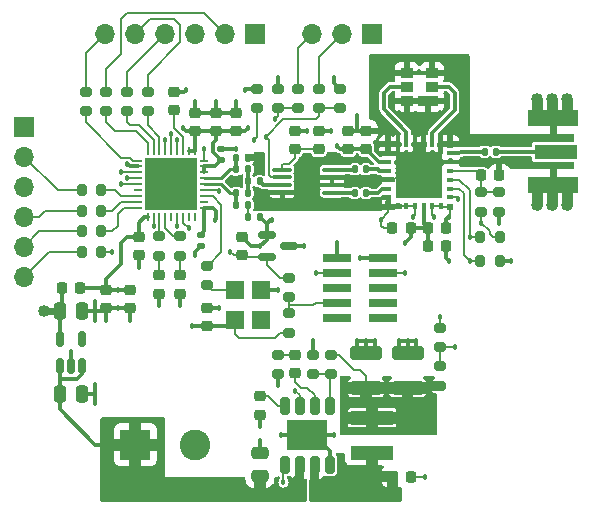
<source format=gtl>
%TF.GenerationSoftware,KiCad,Pcbnew,5.99.0-unknown-c5e195bdff~131~ubuntu20.04.1*%
%TF.CreationDate,2021-08-04T16:13:56-04:00*%
%TF.ProjectId,openlst-hw,6f70656e-6c73-4742-9d68-772e6b696361,rev?*%
%TF.SameCoordinates,Original*%
%TF.FileFunction,Copper,L1,Top*%
%TF.FilePolarity,Positive*%
%FSLAX46Y46*%
G04 Gerber Fmt 4.6, Leading zero omitted, Abs format (unit mm)*
G04 Created by KiCad (PCBNEW 5.99.0-unknown-c5e195bdff~131~ubuntu20.04.1) date 2021-08-04 16:13:56*
%MOMM*%
%LPD*%
G01*
G04 APERTURE LIST*
G04 Aperture macros list*
%AMRoundRect*
0 Rectangle with rounded corners*
0 $1 Rounding radius*
0 $2 $3 $4 $5 $6 $7 $8 $9 X,Y pos of 4 corners*
0 Add a 4 corners polygon primitive as box body*
4,1,4,$2,$3,$4,$5,$6,$7,$8,$9,$2,$3,0*
0 Add four circle primitives for the rounded corners*
1,1,$1+$1,$2,$3*
1,1,$1+$1,$4,$5*
1,1,$1+$1,$6,$7*
1,1,$1+$1,$8,$9*
0 Add four rect primitives between the rounded corners*
20,1,$1+$1,$2,$3,$4,$5,0*
20,1,$1+$1,$4,$5,$6,$7,0*
20,1,$1+$1,$6,$7,$8,$9,0*
20,1,$1+$1,$8,$9,$2,$3,0*%
G04 Aperture macros list end*
%TA.AperFunction,ComponentPad*%
%ADD10R,1.700000X1.700000*%
%TD*%
%TA.AperFunction,ComponentPad*%
%ADD11O,1.700000X1.700000*%
%TD*%
%TA.AperFunction,SMDPad,CuDef*%
%ADD12RoundRect,0.200000X0.275000X-0.200000X0.275000X0.200000X-0.275000X0.200000X-0.275000X-0.200000X0*%
%TD*%
%TA.AperFunction,SMDPad,CuDef*%
%ADD13RoundRect,0.225000X0.250000X-0.225000X0.250000X0.225000X-0.250000X0.225000X-0.250000X-0.225000X0*%
%TD*%
%TA.AperFunction,SMDPad,CuDef*%
%ADD14RoundRect,0.225000X-0.225000X-0.250000X0.225000X-0.250000X0.225000X0.250000X-0.225000X0.250000X0*%
%TD*%
%TA.AperFunction,SMDPad,CuDef*%
%ADD15RoundRect,0.140000X0.140000X0.170000X-0.140000X0.170000X-0.140000X-0.170000X0.140000X-0.170000X0*%
%TD*%
%TA.AperFunction,SMDPad,CuDef*%
%ADD16R,0.750000X0.280000*%
%TD*%
%TA.AperFunction,SMDPad,CuDef*%
%ADD17R,0.280000X0.750000*%
%TD*%
%TA.AperFunction,SMDPad,CuDef*%
%ADD18R,4.400000X4.400000*%
%TD*%
%TA.AperFunction,ComponentPad*%
%ADD19C,0.609600*%
%TD*%
%TA.AperFunction,SMDPad,CuDef*%
%ADD20RoundRect,0.218750X0.256250X-0.218750X0.256250X0.218750X-0.256250X0.218750X-0.256250X-0.218750X0*%
%TD*%
%TA.AperFunction,SMDPad,CuDef*%
%ADD21RoundRect,0.200000X0.200000X0.275000X-0.200000X0.275000X-0.200000X-0.275000X0.200000X-0.275000X0*%
%TD*%
%TA.AperFunction,SMDPad,CuDef*%
%ADD22R,0.550000X0.500000*%
%TD*%
%TA.AperFunction,SMDPad,CuDef*%
%ADD23R,0.550000X0.400000*%
%TD*%
%TA.AperFunction,SMDPad,CuDef*%
%ADD24R,0.400000X0.550000*%
%TD*%
%TA.AperFunction,ComponentPad*%
%ADD25C,0.558800*%
%TD*%
%TA.AperFunction,SMDPad,CuDef*%
%ADD26R,3.875000X3.875000*%
%TD*%
%TA.AperFunction,SMDPad,CuDef*%
%ADD27R,0.600000X3.500000*%
%TD*%
%TA.AperFunction,SMDPad,CuDef*%
%ADD28R,3.500000X0.600000*%
%TD*%
%TA.AperFunction,SMDPad,CuDef*%
%ADD29RoundRect,0.250000X1.100000X-0.325000X1.100000X0.325000X-1.100000X0.325000X-1.100000X-0.325000X0*%
%TD*%
%TA.AperFunction,SMDPad,CuDef*%
%ADD30RoundRect,0.140000X-0.170000X0.140000X-0.170000X-0.140000X0.170000X-0.140000X0.170000X0.140000X0*%
%TD*%
%TA.AperFunction,SMDPad,CuDef*%
%ADD31RoundRect,0.225000X0.225000X0.250000X-0.225000X0.250000X-0.225000X-0.250000X0.225000X-0.250000X0*%
%TD*%
%TA.AperFunction,SMDPad,CuDef*%
%ADD32RoundRect,0.140000X-0.140000X-0.170000X0.140000X-0.170000X0.140000X0.170000X-0.140000X0.170000X0*%
%TD*%
%TA.AperFunction,SMDPad,CuDef*%
%ADD33RoundRect,0.200000X-0.275000X0.200000X-0.275000X-0.200000X0.275000X-0.200000X0.275000X0.200000X0*%
%TD*%
%TA.AperFunction,ComponentPad*%
%ADD34R,2.600000X2.600000*%
%TD*%
%TA.AperFunction,ComponentPad*%
%ADD35C,2.600000*%
%TD*%
%TA.AperFunction,SMDPad,CuDef*%
%ADD36RoundRect,0.225000X-0.250000X0.225000X-0.250000X-0.225000X0.250000X-0.225000X0.250000X0.225000X0*%
%TD*%
%TA.AperFunction,SMDPad,CuDef*%
%ADD37RoundRect,0.150000X0.150000X-0.512500X0.150000X0.512500X-0.150000X0.512500X-0.150000X-0.512500X0*%
%TD*%
%TA.AperFunction,SMDPad,CuDef*%
%ADD38RoundRect,0.140000X0.170000X-0.140000X0.170000X0.140000X-0.170000X0.140000X-0.170000X-0.140000X0*%
%TD*%
%TA.AperFunction,SMDPad,CuDef*%
%ADD39RoundRect,0.147500X0.147500X0.172500X-0.147500X0.172500X-0.147500X-0.172500X0.147500X-0.172500X0*%
%TD*%
%TA.AperFunction,SMDPad,CuDef*%
%ADD40RoundRect,0.218750X-0.256250X0.218750X-0.256250X-0.218750X0.256250X-0.218750X0.256250X0.218750X0*%
%TD*%
%TA.AperFunction,SMDPad,CuDef*%
%ADD41R,3.600000X1.150000*%
%TD*%
%TA.AperFunction,SMDPad,CuDef*%
%ADD42R,2.400000X0.740000*%
%TD*%
%TA.AperFunction,SMDPad,CuDef*%
%ADD43R,3.600000X1.270000*%
%TD*%
%TA.AperFunction,SMDPad,CuDef*%
%ADD44R,4.200000X1.350000*%
%TD*%
%TA.AperFunction,SMDPad,CuDef*%
%ADD45RoundRect,0.100000X-0.712500X-0.100000X0.712500X-0.100000X0.712500X0.100000X-0.712500X0.100000X0*%
%TD*%
%TA.AperFunction,SMDPad,CuDef*%
%ADD46RoundRect,0.250000X-0.250000X-0.475000X0.250000X-0.475000X0.250000X0.475000X-0.250000X0.475000X0*%
%TD*%
%TA.AperFunction,SMDPad,CuDef*%
%ADD47R,1.500000X1.600000*%
%TD*%
%TA.AperFunction,SMDPad,CuDef*%
%ADD48RoundRect,0.218750X-0.218750X-0.256250X0.218750X-0.256250X0.218750X0.256250X-0.218750X0.256250X0*%
%TD*%
%TA.AperFunction,SMDPad,CuDef*%
%ADD49RoundRect,0.218750X0.218750X0.256250X-0.218750X0.256250X-0.218750X-0.256250X0.218750X-0.256250X0*%
%TD*%
%TA.AperFunction,SMDPad,CuDef*%
%ADD50RoundRect,0.200500X0.200500X-0.552000X0.200500X0.552000X-0.200500X0.552000X-0.200500X-0.552000X0*%
%TD*%
%TA.AperFunction,SMDPad,CuDef*%
%ADD51R,3.502000X2.613000*%
%TD*%
%TA.AperFunction,SMDPad,CuDef*%
%ADD52RoundRect,0.250000X0.250000X0.475000X-0.250000X0.475000X-0.250000X-0.475000X0.250000X-0.475000X0*%
%TD*%
%TA.AperFunction,SMDPad,CuDef*%
%ADD53R,1.700000X0.810000*%
%TD*%
%TA.AperFunction,SMDPad,CuDef*%
%ADD54R,1.050000X0.810000*%
%TD*%
%TA.AperFunction,SMDPad,CuDef*%
%ADD55RoundRect,0.250000X-0.475000X0.250000X-0.475000X-0.250000X0.475000X-0.250000X0.475000X0.250000X0*%
%TD*%
%TA.AperFunction,SMDPad,CuDef*%
%ADD56RoundRect,0.150000X-0.587500X-0.150000X0.587500X-0.150000X0.587500X0.150000X-0.587500X0.150000X0*%
%TD*%
%TA.AperFunction,SMDPad,CuDef*%
%ADD57RoundRect,0.200000X-0.200000X-0.275000X0.200000X-0.275000X0.200000X0.275000X-0.200000X0.275000X0*%
%TD*%
%TA.AperFunction,SMDPad,CuDef*%
%ADD58RoundRect,0.147500X-0.147500X-0.172500X0.147500X-0.172500X0.147500X0.172500X-0.147500X0.172500X0*%
%TD*%
%TA.AperFunction,ViaPad*%
%ADD59C,1.016000*%
%TD*%
%TA.AperFunction,ViaPad*%
%ADD60C,0.457200*%
%TD*%
%TA.AperFunction,Conductor*%
%ADD61C,0.900000*%
%TD*%
%TA.AperFunction,Conductor*%
%ADD62C,0.200000*%
%TD*%
%TA.AperFunction,Conductor*%
%ADD63C,0.300000*%
%TD*%
%TA.AperFunction,Conductor*%
%ADD64C,0.203200*%
%TD*%
%TA.AperFunction,Conductor*%
%ADD65C,0.600000*%
%TD*%
%TA.AperFunction,Conductor*%
%ADD66C,0.340000*%
%TD*%
%TA.AperFunction,Conductor*%
%ADD67C,0.250000*%
%TD*%
G04 APERTURE END LIST*
D10*
%TO.P,J4,1,Pin_1*%
%TO.N,GND*%
X140342000Y-83274000D03*
D11*
%TO.P,J4,2,Pin_2*%
%TO.N,/CAN_CS*%
X140342000Y-85814000D03*
%TO.P,J4,3,Pin_3*%
%TO.N,unconnected-(J4-Pad3)*%
X140342000Y-88354000D03*
%TO.P,J4,4,Pin_4*%
%TO.N,/CAN_SCK*%
X140342000Y-90894000D03*
%TO.P,J4,5,Pin_5*%
%TO.N,/CAN_MOSI*%
X140342000Y-93434000D03*
%TO.P,J4,6,Pin_6*%
%TO.N,/CAN_MISO*%
X140342000Y-95974000D03*
%TD*%
D10*
%TO.P,J3,1,Pin_1*%
%TO.N,GND*%
X159900000Y-75400000D03*
D11*
%TO.P,J3,2,Pin_2*%
%TO.N,/UART0_RTS*%
X157360000Y-75400000D03*
%TO.P,J3,3,Pin_3*%
%TO.N,unconnected-(J3-Pad3)*%
X154820000Y-75400000D03*
%TO.P,J3,4,Pin_4*%
%TO.N,/UART0_RX*%
X152280000Y-75400000D03*
%TO.P,J3,5,Pin_5*%
%TO.N,/UART0_TX*%
X149740000Y-75400000D03*
%TO.P,J3,6,Pin_6*%
%TO.N,/UART0_CTS*%
X147200000Y-75400000D03*
%TD*%
D10*
%TO.P,J5,1,Pin_1*%
%TO.N,GND*%
X169806000Y-75400000D03*
D11*
%TO.P,J5,2,Pin_2*%
%TO.N,Net-(J5-Pad2)*%
X167266000Y-75400000D03*
%TO.P,J5,3,Pin_3*%
%TO.N,Net-(J5-Pad3)*%
X164726000Y-75400000D03*
%TD*%
D12*
%TO.P,R13,1*%
%TO.N,/LST_TX_MODE*%
X163550000Y-81725000D03*
%TO.P,R13,2*%
%TO.N,Net-(J5-Pad3)*%
X163550000Y-80075000D03*
%TD*%
D13*
%TO.P,C3,1*%
%TO.N,/3V3_FILT*%
X154800000Y-83675000D03*
%TO.P,C3,2*%
%TO.N,GND*%
X154800000Y-82125000D03*
%TD*%
D14*
%TO.P,C6,1*%
%TO.N,Net-(C6-Pad1)*%
X179025000Y-87400000D03*
%TO.P,C6,2*%
%TO.N,GND*%
X180575000Y-87400000D03*
%TD*%
D15*
%TO.P,C45,1*%
%TO.N,Net-(C45-Pad1)*%
X180280000Y-85400000D03*
%TO.P,C45,2*%
%TO.N,Net-(C45-Pad2)*%
X179320000Y-85400000D03*
%TD*%
D12*
%TO.P,R14,1*%
%TO.N,/~{LST_RX_MODE}*%
X165300000Y-81725000D03*
%TO.P,R14,2*%
%TO.N,Net-(J5-Pad2)*%
X165300000Y-80075000D03*
%TD*%
D16*
%TO.P,U2,1,P1_2*%
%TO.N,Net-(R9-Pad1)*%
X150020000Y-86150000D03*
%TO.P,U2,2,DVDD*%
%TO.N,/3V3_FILT*%
X150020000Y-86650000D03*
%TO.P,U2,3,P1_1*%
%TO.N,/RF_BYP*%
X150020000Y-87150000D03*
%TO.P,U2,4,P1_0*%
%TO.N,/RF_EN*%
X150020000Y-87650000D03*
%TO.P,U2,5,P0_0*%
%TO.N,/AN0*%
X150020000Y-88150000D03*
%TO.P,U2,6,P0_1*%
%TO.N,/AN1*%
X150020000Y-88650000D03*
%TO.P,U2,7,P0_2*%
%TO.N,Net-(R5-Pad1)*%
X150020000Y-89150000D03*
%TO.P,U2,8,P0_3*%
%TO.N,Net-(R6-Pad1)*%
X150020000Y-89650000D03*
%TO.P,U2,9,P0_4*%
%TO.N,Net-(R7-Pad1)*%
X150020000Y-90150000D03*
D17*
%TO.P,U2,10,DVDD*%
%TO.N,/3V3_FILT*%
X150800000Y-90930000D03*
%TO.P,U2,11,P0_5*%
%TO.N,Net-(R8-Pad1)*%
X151300000Y-90930000D03*
%TO.P,U2,12,P0_6*%
%TO.N,Net-(R3-Pad2)*%
X151800000Y-90930000D03*
%TO.P,U2,13,P0_7*%
%TO.N,Net-(R4-Pad2)*%
X152300000Y-90930000D03*
%TO.P,U2,14,P2_0*%
%TO.N,unconnected-(U2-Pad14)*%
X152800000Y-90930000D03*
%TO.P,U2,15,P2_1*%
%TO.N,/PROG_DD*%
X153300000Y-90930000D03*
%TO.P,U2,16,P2_2*%
%TO.N,/PROG_DC*%
X153800000Y-90930000D03*
%TO.P,U2,17,P2_3/XOSC32-1*%
%TO.N,unconnected-(U2-Pad17)*%
X154300000Y-90930000D03*
%TO.P,U2,18,P2_4/XOSC32-2*%
%TO.N,unconnected-(U2-Pad18)*%
X154800000Y-90930000D03*
D16*
%TO.P,U2,19,AVDD*%
%TO.N,/3V3_FILT*%
X155580000Y-90150000D03*
%TO.P,U2,20,XOSC-2*%
%TO.N,unconnected-(U2-Pad20)*%
X155580000Y-89650000D03*
%TO.P,U2,21,XOSC-1*%
%TO.N,Net-(R17-Pad2)*%
X155580000Y-89150000D03*
%TO.P,U2,22,AVDD*%
%TO.N,/3V3_FILT*%
X155580000Y-88650000D03*
%TO.P,U2,23,RF_P*%
%TO.N,Net-(C24-Pad1)*%
X155580000Y-88150000D03*
%TO.P,U2,24,RF_N*%
%TO.N,Net-(C23-Pad2)*%
X155580000Y-87650000D03*
%TO.P,U2,25,AVDD*%
%TO.N,/3V3_FILT*%
X155580000Y-87150000D03*
%TO.P,U2,26,AVDD*%
X155580000Y-86650000D03*
%TO.P,U2,27,RBIAS*%
%TO.N,Net-(R16-Pad2)*%
X155580000Y-86150000D03*
D17*
%TO.P,U2,28,GUARD*%
%TO.N,/3V3_FILT*%
X154800000Y-85370000D03*
%TO.P,U2,29,AVDD_DREG*%
X154300000Y-85370000D03*
%TO.P,U2,30,DCOUPL*%
%TO.N,Net-(C19-Pad1)*%
X153800000Y-85370000D03*
%TO.P,U2,31,RESET_N*%
%TO.N,Net-(C22-Pad1)*%
X153300000Y-85370000D03*
%TO.P,U2,32,P1_7*%
%TO.N,/~{LST_RX_MODE}*%
X152800000Y-85370000D03*
%TO.P,U2,33,P1_6*%
%TO.N,/LST_TX_MODE*%
X152300000Y-85370000D03*
%TO.P,U2,34,P1_5*%
%TO.N,Net-(R12-Pad1)*%
X151800000Y-85370000D03*
%TO.P,U2,35,P1_4*%
%TO.N,Net-(R11-Pad1)*%
X151300000Y-85370000D03*
%TO.P,U2,36,P1_3*%
%TO.N,Net-(R10-Pad1)*%
X150800000Y-85370000D03*
D18*
%TO.P,U2,37,GND_PAD*%
%TO.N,GND*%
X152800000Y-88150000D03*
D19*
X154300000Y-88150000D03*
X152800000Y-86650000D03*
X151300000Y-89650000D03*
X151300000Y-86650000D03*
X152800000Y-89650000D03*
X154300000Y-86650000D03*
X152800000Y-88150000D03*
X154300000Y-89650000D03*
X151300000Y-88150000D03*
%TD*%
D20*
%TO.P,D2,1,K*%
%TO.N,GND*%
X153550000Y-97437500D03*
%TO.P,D2,2,A*%
%TO.N,Net-(D2-Pad2)*%
X153550000Y-95862500D03*
%TD*%
D12*
%TO.P,R3,1*%
%TO.N,Net-(D1-Pad2)*%
X151800000Y-94225000D03*
%TO.P,R3,2*%
%TO.N,Net-(R3-Pad2)*%
X151800000Y-92575000D03*
%TD*%
D21*
%TO.P,R7,1*%
%TO.N,Net-(R7-Pad1)*%
X146875000Y-92150000D03*
%TO.P,R7,2*%
%TO.N,/CAN_MOSI*%
X145225000Y-92150000D03*
%TD*%
D22*
%TO.P,U9,1,GND*%
%TO.N,GND*%
X176425000Y-90050000D03*
D23*
%TO.P,U9,2,TR*%
%TO.N,/LST_TX_MODE*%
X176425000Y-89275000D03*
%TO.P,U9,3,EN*%
%TO.N,/RF_EN*%
X176425000Y-88525000D03*
%TO.P,U9,4,BYP*%
%TO.N,/RF_BYP*%
X176425000Y-87775000D03*
%TO.P,U9,5,VAPC*%
%TO.N,Net-(C6-Pad1)*%
X176425000Y-87025000D03*
%TO.P,U9,6,GND*%
%TO.N,GND*%
X176425000Y-86275000D03*
%TO.P,U9,7,ANT*%
%TO.N,Net-(C45-Pad2)*%
X176425000Y-85525000D03*
D22*
%TO.P,U9,8,GND*%
%TO.N,GND*%
X176425000Y-84750000D03*
D24*
%TO.P,U9,9,GND*%
X175613000Y-84775000D03*
%TO.P,U9,10,SAW1*%
%TO.N,Net-(U8-Pad2)*%
X174888000Y-84775000D03*
%TO.P,U9,11,GND*%
%TO.N,GND*%
X174163000Y-84775000D03*
%TO.P,U9,12,GND*%
X173437000Y-84775000D03*
%TO.P,U9,13,SAW2*%
%TO.N,Net-(U8-Pad5)*%
X172712000Y-84775000D03*
%TO.P,U9,14,GND*%
%TO.N,GND*%
X171987000Y-84775000D03*
D22*
%TO.P,U9,15,GND*%
X171175000Y-84750000D03*
D23*
%TO.P,U9,16,GND*%
X171175000Y-85525000D03*
%TO.P,U9,17,VCC_RX*%
%TO.N,/VAA_FILT*%
X171175000Y-86275000D03*
%TO.P,U9,18,RX*%
%TO.N,Net-(C38-Pad2)*%
X171175000Y-87025000D03*
%TO.P,U9,19,GND*%
%TO.N,GND*%
X171175000Y-87775000D03*
%TO.P,U9,20,TX*%
%TO.N,Net-(C39-Pad2)*%
X171175000Y-88525000D03*
%TO.P,U9,21,GND*%
%TO.N,GND*%
X171175000Y-89275000D03*
D22*
%TO.P,U9,22,GND*%
X171175000Y-90050000D03*
D24*
%TO.P,U9,23,GND*%
X171987000Y-90025000D03*
%TO.P,U9,24,GND*%
X172712000Y-90025000D03*
%TO.P,U9,25,GND*%
X173437000Y-90025000D03*
%TO.P,U9,26,VCC_TX*%
%TO.N,/VAA_FILT*%
X174163000Y-90025000D03*
%TO.P,U9,27,GND*%
%TO.N,GND*%
X174888000Y-90025000D03*
%TO.P,U9,28,GND*%
X175613000Y-90025000D03*
D25*
%TO.P,U9,29,PAD*%
X173800000Y-85900000D03*
D26*
X173800000Y-87400000D03*
D25*
X175300000Y-88900000D03*
X175300000Y-87400000D03*
D27*
X174550000Y-87400000D03*
D25*
X173800000Y-87400000D03*
X172300000Y-88900000D03*
D28*
X173800000Y-86650000D03*
D25*
X173800000Y-88900000D03*
X172300000Y-87400000D03*
X172300000Y-85900000D03*
D28*
X173800000Y-88150000D03*
D25*
X175300000Y-85900000D03*
D27*
X173050000Y-87400000D03*
%TD*%
D21*
%TO.P,R6,1*%
%TO.N,Net-(R6-Pad1)*%
X146875000Y-90400000D03*
%TO.P,R6,2*%
%TO.N,/CAN_SCK*%
X145225000Y-90400000D03*
%TD*%
D15*
%TO.P,C23,1*%
%TO.N,GND*%
X159280000Y-85900000D03*
%TO.P,C23,2*%
%TO.N,Net-(C23-Pad2)*%
X158320000Y-85900000D03*
%TD*%
D12*
%TO.P,R10,1*%
%TO.N,Net-(R10-Pad1)*%
X147300000Y-81975000D03*
%TO.P,R10,2*%
%TO.N,/UART0_RTS*%
X147300000Y-80325000D03*
%TD*%
D13*
%TO.P,C19,1*%
%TO.N,Net-(C19-Pad1)*%
X153050000Y-81900000D03*
%TO.P,C19,2*%
%TO.N,GND*%
X153050000Y-80350000D03*
%TD*%
D29*
%TO.P,C15,1*%
%TO.N,VAA*%
X169300000Y-105375000D03*
%TO.P,C15,2*%
%TO.N,GND*%
X169300000Y-102425000D03*
%TD*%
D30*
%TO.P,C2,1*%
%TO.N,/3V3_FILT*%
X155300000Y-92420000D03*
%TO.P,C2,2*%
%TO.N,GND*%
X155300000Y-93380000D03*
%TD*%
D13*
%TO.P,C27,1*%
%TO.N,+3V3*%
X155800000Y-100175000D03*
%TO.P,C27,2*%
%TO.N,GND*%
X155800000Y-98625000D03*
%TD*%
%TO.P,C9,1*%
%TO.N,GND*%
X149300000Y-98675000D03*
%TO.P,C9,2*%
%TO.N,/3V3_FILT*%
X149300000Y-97125000D03*
%TD*%
D31*
%TO.P,C8,1*%
%TO.N,/VAA_FILT*%
X173075000Y-91900000D03*
%TO.P,C8,2*%
%TO.N,GND*%
X171525000Y-91900000D03*
%TD*%
D32*
%TO.P,C38,1*%
%TO.N,Net-(C38-Pad1)*%
X168320000Y-86900000D03*
%TO.P,C38,2*%
%TO.N,Net-(C38-Pad2)*%
X169280000Y-86900000D03*
%TD*%
D21*
%TO.P,R5,1*%
%TO.N,Net-(R5-Pad1)*%
X146875000Y-88650000D03*
%TO.P,R5,2*%
%TO.N,/CAN_CS*%
X145225000Y-88650000D03*
%TD*%
D33*
%TO.P,R18,1*%
%TO.N,Net-(C22-Pad1)*%
X162800000Y-96075000D03*
%TO.P,R18,2*%
%TO.N,/~{LST_RESET}*%
X162800000Y-97725000D03*
%TD*%
D13*
%TO.P,C44,1*%
%TO.N,/VAA_FILT*%
X167800000Y-85175000D03*
%TO.P,C44,2*%
%TO.N,GND*%
X167800000Y-83625000D03*
%TD*%
D12*
%TO.P,R4,1*%
%TO.N,Net-(D2-Pad2)*%
X153550000Y-94225000D03*
%TO.P,R4,2*%
%TO.N,Net-(R4-Pad2)*%
X153550000Y-92575000D03*
%TD*%
D20*
%TO.P,D1,1,K*%
%TO.N,GND*%
X151800000Y-97437500D03*
%TO.P,D1,2,A*%
%TO.N,Net-(D1-Pad2)*%
X151800000Y-95862500D03*
%TD*%
D33*
%TO.P,R21,1*%
%TO.N,/AN0*%
X175550000Y-103575000D03*
%TO.P,R21,2*%
%TO.N,VAA*%
X175550000Y-105225000D03*
%TD*%
D34*
%TO.P,J1,1,Pin_1*%
%TO.N,+BATT*%
X149755000Y-110205000D03*
D35*
%TO.P,J1,2,Pin_2*%
%TO.N,GND*%
X154835000Y-110205000D03*
%TD*%
D36*
%TO.P,C1,1*%
%TO.N,/3V3_FILT*%
X150050000Y-92625000D03*
%TO.P,C1,2*%
%TO.N,GND*%
X150050000Y-94175000D03*
%TD*%
D37*
%TO.P,U1,1,VIN*%
%TO.N,+BATT*%
X143350000Y-103537500D03*
%TO.P,U1,2,GND*%
%TO.N,GND*%
X144300000Y-103537500D03*
%TO.P,U1,3,ON/~{OFF}*%
%TO.N,+BATT*%
X145250000Y-103537500D03*
%TO.P,U1,4,BP*%
%TO.N,unconnected-(U1-Pad4)*%
X145250000Y-101262500D03*
%TO.P,U1,5,VOUT*%
%TO.N,+3V3*%
X143350000Y-101262500D03*
%TD*%
D38*
%TO.P,C7,1*%
%TO.N,/3V3_FILT*%
X157050000Y-86130000D03*
%TO.P,C7,2*%
%TO.N,GND*%
X157050000Y-85170000D03*
%TD*%
D39*
%TO.P,L5,1,1*%
%TO.N,Net-(C21-Pad2)*%
X159285000Y-89900000D03*
%TO.P,L5,2,2*%
%TO.N,Net-(C24-Pad1)*%
X158315000Y-89900000D03*
%TD*%
D12*
%TO.P,R1,1*%
%TO.N,/LST_TX_MODE*%
X161800000Y-81725000D03*
%TO.P,R1,2*%
%TO.N,+3V3*%
X161800000Y-80075000D03*
%TD*%
D33*
%TO.P,R36,1*%
%TO.N,Net-(C6-Pad1)*%
X179050000Y-88825000D03*
%TO.P,R36,2*%
%TO.N,GND*%
X179050000Y-90475000D03*
%TD*%
D12*
%TO.P,R11,1*%
%TO.N,Net-(R11-Pad1)*%
X149050000Y-81975000D03*
%TO.P,R11,2*%
%TO.N,/UART0_RX*%
X149050000Y-80325000D03*
%TD*%
%TO.P,R17,1*%
%TO.N,Net-(R17-Pad1)*%
X155800000Y-96725000D03*
%TO.P,R17,2*%
%TO.N,Net-(R17-Pad2)*%
X155800000Y-95075000D03*
%TD*%
%TO.P,R2,1*%
%TO.N,/~{LST_RX_MODE}*%
X167050000Y-81725000D03*
%TO.P,R2,2*%
%TO.N,GND*%
X167050000Y-80075000D03*
%TD*%
D40*
%TO.P,L8,1*%
%TO.N,+3V3*%
X165300000Y-83612500D03*
%TO.P,L8,2*%
%TO.N,Net-(C26-Pad1)*%
X165300000Y-85187500D03*
%TD*%
D15*
%TO.P,C21,1*%
%TO.N,GND*%
X160280000Y-90900000D03*
%TO.P,C21,2*%
%TO.N,Net-(C21-Pad2)*%
X159320000Y-90900000D03*
%TD*%
D13*
%TO.P,C10,1*%
%TO.N,/3V3_FILT*%
X158300000Y-83675000D03*
%TO.P,C10,2*%
%TO.N,GND*%
X158300000Y-82125000D03*
%TD*%
D41*
%TO.P,L1,1,1*%
%TO.N,Net-(C13-Pad2)*%
X169800000Y-110875000D03*
%TO.P,L1,2,2*%
%TO.N,VAA*%
X169800000Y-107925000D03*
%TD*%
D42*
%TO.P,J2,1,Pin_1*%
%TO.N,GND*%
X166850000Y-94360000D03*
%TO.P,J2,2,Pin_2*%
%TO.N,+3V3*%
X170750000Y-94360000D03*
%TO.P,J2,3,Pin_3*%
%TO.N,/PROG_DC*%
X166850000Y-95630000D03*
%TO.P,J2,4,Pin_4*%
%TO.N,/PROG_DD*%
X170750000Y-95630000D03*
%TO.P,J2,5,Pin_5*%
%TO.N,unconnected-(J2-Pad5)*%
X166850000Y-96900000D03*
%TO.P,J2,6,Pin_6*%
%TO.N,unconnected-(J2-Pad6)*%
X170750000Y-96900000D03*
%TO.P,J2,7,Pin_7*%
%TO.N,/~{LST_RESET}*%
X166850000Y-98170000D03*
%TO.P,J2,8,Pin_8*%
%TO.N,unconnected-(J2-Pad8)*%
X170750000Y-98170000D03*
%TO.P,J2,9,Pin_9*%
%TO.N,unconnected-(J2-Pad9)*%
X166850000Y-99440000D03*
%TO.P,J2,10,Pin_10*%
%TO.N,unconnected-(J2-Pad10)*%
X170750000Y-99440000D03*
%TD*%
D33*
%TO.P,R19,1*%
%TO.N,VAA*%
X166300000Y-102575000D03*
%TO.P,R19,2*%
%TO.N,Net-(R19-Pad2)*%
X166300000Y-104225000D03*
%TD*%
D29*
%TO.P,C16,1*%
%TO.N,VAA*%
X172800000Y-105375000D03*
%TO.P,C16,2*%
%TO.N,GND*%
X172800000Y-102425000D03*
%TD*%
D12*
%TO.P,R37,1*%
%TO.N,+3V3*%
X180550000Y-90475000D03*
%TO.P,R37,2*%
%TO.N,Net-(C6-Pad1)*%
X180550000Y-88825000D03*
%TD*%
D43*
%TO.P,J6,1,In*%
%TO.N,Net-(C45-Pad1)*%
X185337500Y-85400000D03*
D44*
%TO.P,J6,2,Ext*%
%TO.N,GND*%
X185137500Y-82575000D03*
X185137500Y-88225000D03*
%TD*%
D12*
%TO.P,R20,1*%
%TO.N,Net-(R19-Pad2)*%
X164800000Y-104225000D03*
%TO.P,R20,2*%
%TO.N,GND*%
X164800000Y-102575000D03*
%TD*%
D32*
%TO.P,C39,1*%
%TO.N,Net-(C39-Pad1)*%
X168320000Y-88900000D03*
%TO.P,C39,2*%
%TO.N,Net-(C39-Pad2)*%
X169280000Y-88900000D03*
%TD*%
D12*
%TO.P,R9,1*%
%TO.N,Net-(R9-Pad1)*%
X145550000Y-81975000D03*
%TO.P,R9,2*%
%TO.N,/UART0_CTS*%
X145550000Y-80325000D03*
%TD*%
D45*
%TO.P,U6,1,VDD*%
%TO.N,Net-(C26-Pad1)*%
X162187500Y-86925000D03*
%TO.P,U6,2,CTRL*%
%TO.N,/~{LST_RX_MODE}*%
X162187500Y-87575000D03*
%TO.P,U6,3,RFC*%
%TO.N,Net-(C25-Pad2)*%
X162187500Y-88225000D03*
%TO.P,U6,4,GND*%
%TO.N,GND*%
X162187500Y-88875000D03*
%TO.P,U6,5,RF1*%
%TO.N,Net-(C39-Pad1)*%
X166412500Y-88875000D03*
%TO.P,U6,6,GND*%
%TO.N,GND*%
X166412500Y-88225000D03*
%TO.P,U6,7,GND*%
X166412500Y-87575000D03*
%TO.P,U6,8,RF2*%
%TO.N,Net-(C38-Pad1)*%
X166412500Y-86925000D03*
%TD*%
D46*
%TO.P,C18,1*%
%TO.N,+3V3*%
X143350000Y-98900000D03*
%TO.P,C18,2*%
%TO.N,GND*%
X145250000Y-98900000D03*
%TD*%
D47*
%TO.P,U4,1*%
%TO.N,N/C*%
X160400000Y-99670000D03*
%TO.P,U4,2,GND*%
%TO.N,GND*%
X160400000Y-97130000D03*
%TO.P,U4,3,OUT*%
%TO.N,Net-(R17-Pad1)*%
X158200000Y-97130000D03*
%TO.P,U4,4,VCC*%
%TO.N,+3V3*%
X158200000Y-99670000D03*
%TD*%
D33*
%TO.P,R22,1*%
%TO.N,GND*%
X175550000Y-100325000D03*
%TO.P,R22,2*%
%TO.N,/AN0*%
X175550000Y-101975000D03*
%TD*%
D13*
%TO.P,C22,1*%
%TO.N,Net-(C22-Pad1)*%
X158800000Y-94175000D03*
%TO.P,C22,2*%
%TO.N,GND*%
X158800000Y-92625000D03*
%TD*%
D48*
%TO.P,L3,1*%
%TO.N,+3V3*%
X143512500Y-96900000D03*
%TO.P,L3,2*%
%TO.N,/3V3_FILT*%
X145087500Y-96900000D03*
%TD*%
D21*
%TO.P,R8,1*%
%TO.N,Net-(R8-Pad1)*%
X146875000Y-93900000D03*
%TO.P,R8,2*%
%TO.N,/CAN_MISO*%
X145225000Y-93900000D03*
%TD*%
D49*
%TO.P,L2,1*%
%TO.N,VAA*%
X176087500Y-93400000D03*
%TO.P,L2,2*%
%TO.N,/VAA_FILT*%
X174512500Y-93400000D03*
%TD*%
D33*
%TO.P,R27,1*%
%TO.N,/~{LST_RESET}*%
X162800000Y-99075000D03*
%TO.P,R27,2*%
%TO.N,+3V3*%
X162800000Y-100725000D03*
%TD*%
D50*
%TO.P,U3,1,BST*%
%TO.N,Net-(C13-Pad1)*%
X162395000Y-111897500D03*
%TO.P,U3,2,IN*%
%TO.N,+BATT*%
X163665000Y-111897500D03*
%TO.P,U3,3,SW*%
%TO.N,Net-(C13-Pad2)*%
X164935000Y-111897500D03*
%TO.P,U3,4,GND*%
%TO.N,GND*%
X166205000Y-111897500D03*
%TO.P,U3,5,FB*%
%TO.N,Net-(R19-Pad2)*%
X166205000Y-106902500D03*
%TO.P,U3,6,COMP*%
%TO.N,Net-(C14-Pad1)*%
X164935000Y-106902500D03*
%TO.P,U3,7,EN*%
%TO.N,+BATT*%
X163665000Y-106902500D03*
%TO.P,U3,8,SS*%
%TO.N,Net-(C12-Pad1)*%
X162395000Y-106902500D03*
D51*
%TO.P,U3,9,EP*%
%TO.N,GND*%
X164300000Y-109400000D03*
%TD*%
D52*
%TO.P,C17,1*%
%TO.N,GND*%
X145250000Y-105900000D03*
%TO.P,C17,2*%
%TO.N,+BATT*%
X143350000Y-105900000D03*
%TD*%
D32*
%TO.P,C25,1*%
%TO.N,Net-(C24-Pad2)*%
X159320000Y-87900000D03*
%TO.P,C25,2*%
%TO.N,Net-(C25-Pad2)*%
X160280000Y-87900000D03*
%TD*%
D53*
%TO.P,U8,1,GND*%
%TO.N,GND*%
X174550000Y-81095000D03*
D54*
%TO.P,U8,2,IN*%
%TO.N,Net-(U8-Pad2)*%
X174875000Y-79900000D03*
%TO.P,U8,3,GND*%
%TO.N,GND*%
X174875000Y-78705000D03*
%TO.P,U8,4,GND*%
X172725000Y-78705000D03*
%TO.P,U8,5,OUT*%
%TO.N,Net-(U8-Pad5)*%
X172725000Y-79900000D03*
%TO.P,U8,6,GND*%
%TO.N,GND*%
X172725000Y-81095000D03*
%TD*%
D55*
%TO.P,C4,1*%
%TO.N,GND*%
X160300000Y-110950000D03*
%TO.P,C4,2*%
%TO.N,+BATT*%
X160300000Y-112850000D03*
%TD*%
D32*
%TO.P,C24,1*%
%TO.N,Net-(C24-Pad1)*%
X158320000Y-88900000D03*
%TO.P,C24,2*%
%TO.N,Net-(C24-Pad2)*%
X159280000Y-88900000D03*
%TD*%
D33*
%TO.P,R16,1*%
%TO.N,GND*%
X160050000Y-80075000D03*
%TO.P,R16,2*%
%TO.N,Net-(R16-Pad2)*%
X160050000Y-81725000D03*
%TD*%
D13*
%TO.P,C26,1*%
%TO.N,Net-(C26-Pad1)*%
X163300000Y-85175000D03*
%TO.P,C26,2*%
%TO.N,GND*%
X163300000Y-83625000D03*
%TD*%
D56*
%TO.P,U5,1,GND*%
%TO.N,GND*%
X160862500Y-92450000D03*
%TO.P,U5,2,~{RESET}*%
%TO.N,Net-(C22-Pad1)*%
X160862500Y-94350000D03*
%TO.P,U5,3,VDD*%
%TO.N,+3V3*%
X162737500Y-93400000D03*
%TD*%
D13*
%TO.P,C14,1*%
%TO.N,Net-(C14-Pad1)*%
X163300000Y-104175000D03*
%TO.P,C14,2*%
%TO.N,Net-(C14-Pad2)*%
X163300000Y-102625000D03*
%TD*%
%TO.P,C5,1*%
%TO.N,/3V3_FILT*%
X156550000Y-83675000D03*
%TO.P,C5,2*%
%TO.N,GND*%
X156550000Y-82125000D03*
%TD*%
D36*
%TO.P,C12,1*%
%TO.N,Net-(C12-Pad1)*%
X160300000Y-106125000D03*
%TO.P,C12,2*%
%TO.N,GND*%
X160300000Y-107675000D03*
%TD*%
D12*
%TO.P,R12,1*%
%TO.N,Net-(R12-Pad1)*%
X150800000Y-81975000D03*
%TO.P,R12,2*%
%TO.N,/UART0_TX*%
X150800000Y-80325000D03*
%TD*%
D13*
%TO.P,C11,1*%
%TO.N,/VAA_FILT*%
X169300000Y-85175000D03*
%TO.P,C11,2*%
%TO.N,GND*%
X169300000Y-83625000D03*
%TD*%
%TO.P,C47,1*%
%TO.N,GND*%
X147300000Y-98675000D03*
%TO.P,C47,2*%
%TO.N,/3V3_FILT*%
X147300000Y-97125000D03*
%TD*%
D31*
%TO.P,C13,1*%
%TO.N,Net-(C13-Pad1)*%
X173075000Y-112900000D03*
%TO.P,C13,2*%
%TO.N,Net-(C13-Pad2)*%
X171525000Y-112900000D03*
%TD*%
D14*
%TO.P,C46,1*%
%TO.N,/VAA_FILT*%
X174525000Y-91900000D03*
%TO.P,C46,2*%
%TO.N,GND*%
X176075000Y-91900000D03*
%TD*%
D57*
%TO.P,R28,1*%
%TO.N,/RF_BYP*%
X178975000Y-92650000D03*
%TO.P,R28,2*%
%TO.N,GND*%
X180625000Y-92650000D03*
%TD*%
D58*
%TO.P,L6,1,1*%
%TO.N,Net-(C23-Pad2)*%
X158315000Y-86900000D03*
%TO.P,L6,2,2*%
%TO.N,Net-(C24-Pad2)*%
X159285000Y-86900000D03*
%TD*%
D33*
%TO.P,R15,1*%
%TO.N,Net-(C14-Pad2)*%
X161800000Y-102575000D03*
%TO.P,R15,2*%
%TO.N,GND*%
X161800000Y-104225000D03*
%TD*%
D57*
%TO.P,R26,1*%
%TO.N,/RF_EN*%
X178975000Y-94650000D03*
%TO.P,R26,2*%
%TO.N,+3V3*%
X180625000Y-94650000D03*
%TD*%
D59*
%TO.N,GND*%
X183800000Y-80900000D03*
X186300000Y-80900000D03*
X186300000Y-89900000D03*
X183800000Y-89900000D03*
D60*
X168550000Y-101400000D03*
X182800000Y-86150000D03*
X172050000Y-82150000D03*
X179050000Y-91400000D03*
X146300000Y-98900000D03*
X176300000Y-90900000D03*
X146300000Y-98150000D03*
X156550000Y-81150000D03*
X166550000Y-109400000D03*
X156800000Y-98650000D03*
X160300000Y-86900000D03*
X181300000Y-84650000D03*
X170050000Y-101400000D03*
X166550000Y-79150000D03*
X171550000Y-83900000D03*
D59*
X185050000Y-89900000D03*
D60*
X146300000Y-105150000D03*
X160300000Y-108650000D03*
X172800000Y-101400000D03*
X175050000Y-90900000D03*
X171550000Y-79150000D03*
X178300000Y-86150000D03*
X172050000Y-101400000D03*
X165800000Y-89900000D03*
X178300000Y-84650000D03*
X149300000Y-99650000D03*
X169300000Y-101400000D03*
X175550000Y-82150000D03*
X146300000Y-105900000D03*
X170300000Y-84900000D03*
X161300000Y-91150000D03*
X154050000Y-80150000D03*
X160300000Y-93400000D03*
X168550000Y-82400000D03*
X164300000Y-83650000D03*
X176050000Y-79150000D03*
X148300000Y-98650000D03*
X170550000Y-82650000D03*
X174550000Y-82150000D03*
X173550000Y-101400000D03*
X167050000Y-86150000D03*
X151800000Y-98400000D03*
X170050000Y-87900000D03*
X181300000Y-86150000D03*
X144300000Y-102400000D03*
X150050000Y-95150000D03*
X162050000Y-109400000D03*
X165050000Y-87900000D03*
X166800000Y-93150000D03*
X173300000Y-90900000D03*
X158300000Y-85150000D03*
X168550000Y-87900000D03*
X170050000Y-81650000D03*
X172800000Y-82150000D03*
X161800000Y-97150000D03*
X146300000Y-106650000D03*
X173800000Y-78650000D03*
X176050000Y-80650000D03*
X174550000Y-83150000D03*
X168800000Y-86150000D03*
X176050000Y-81400000D03*
X177550000Y-81650000D03*
X175550000Y-99400000D03*
X154800000Y-94150000D03*
X177300000Y-79650000D03*
D59*
X185050000Y-80900000D03*
D60*
X167300000Y-89900000D03*
X161800000Y-105150000D03*
X160300000Y-109900000D03*
X160050000Y-85900000D03*
X159050000Y-80150000D03*
X182800000Y-84650000D03*
X170050000Y-80650000D03*
X170300000Y-79650000D03*
X170050000Y-89900000D03*
X177550000Y-80650000D03*
X164800000Y-101400000D03*
X158550000Y-87650000D03*
X170550000Y-91150000D03*
X173050000Y-83150000D03*
X176300000Y-83900000D03*
X153550000Y-98400000D03*
X163550000Y-88150000D03*
X147300000Y-99650000D03*
X177050000Y-82650000D03*
X171550000Y-80650000D03*
X173800000Y-83900000D03*
X154800000Y-81150000D03*
X179800000Y-86150000D03*
X146300000Y-99650000D03*
X158300000Y-81150000D03*
X179800000Y-84650000D03*
X168800000Y-89900000D03*
X171550000Y-81400000D03*
%TO.N,/3V3_FILT*%
X156518700Y-91150000D03*
X156800000Y-88706300D03*
X148325000Y-97125000D03*
X153800000Y-83400000D03*
X159300000Y-83400000D03*
X149049314Y-86431300D03*
%TO.N,+BATT*%
X163300000Y-105650000D03*
X163300000Y-113150000D03*
%TO.N,+3V3*%
X168800000Y-94400000D03*
X181550000Y-94650000D03*
X164050000Y-93400000D03*
X166300000Y-83650000D03*
X180550000Y-91400000D03*
X154550000Y-100150000D03*
X161800000Y-79150000D03*
D59*
X142050000Y-98900000D03*
%TO.N,VAA*%
X172800000Y-108400000D03*
X174300000Y-106900000D03*
D60*
X176300000Y-94650000D03*
D59*
X172800000Y-106900000D03*
X174300000Y-108400000D03*
D60*
%TO.N,Net-(C22-Pad1)*%
X153300000Y-84400000D03*
X157800000Y-93900000D03*
%TO.N,/PROG_DD*%
X172550000Y-95650000D03*
X153300000Y-91650000D03*
%TO.N,/PROG_DC*%
X165050000Y-95650000D03*
X154300000Y-91900000D03*
%TO.N,/~{LST_RX_MODE}*%
X152800000Y-83900000D03*
X160800000Y-84150000D03*
%TO.N,/LST_TX_MODE*%
X152300000Y-84400000D03*
X177050000Y-89400000D03*
X161550000Y-82650000D03*
%TO.N,/RF_EN*%
X149050000Y-87650000D03*
X178050000Y-94650000D03*
%TO.N,Net-(R16-Pad2)*%
X159800000Y-84400000D03*
X155550000Y-85150000D03*
%TO.N,/AN0*%
X148550000Y-88150000D03*
X176800000Y-101900000D03*
%TO.N,/RF_BYP*%
X178050000Y-92650000D03*
X148550000Y-87150000D03*
%TO.N,/VAA_FILT*%
X166800000Y-84900000D03*
X172550000Y-93150000D03*
%TO.N,Net-(C13-Pad1)*%
X162300000Y-113400000D03*
X174300000Y-112900000D03*
%TO.N,Net-(R8-Pad1)*%
X151300000Y-91650000D03*
X147800000Y-93900000D03*
%TD*%
D61*
%TO.N,GND*%
X186300000Y-89900000D02*
X186300000Y-88312500D01*
X183800000Y-89900000D02*
X183800000Y-88312500D01*
X186300000Y-80900000D02*
X186300000Y-82487500D01*
X183800000Y-80900000D02*
X183800000Y-82487500D01*
D62*
%TO.N,/RF_EN*%
X176425000Y-88525000D02*
X177175000Y-88525000D01*
X177175000Y-88525000D02*
X177550000Y-88900000D01*
X177550000Y-88900000D02*
X177550000Y-94150000D01*
X177550000Y-94150000D02*
X178050000Y-94650000D01*
%TO.N,/RF_BYP*%
X176425000Y-87775000D02*
X177175000Y-87775000D01*
X177175000Y-87775000D02*
X178050000Y-88650000D01*
X178050000Y-88650000D02*
X178050000Y-92650000D01*
D63*
%TO.N,/3V3_FILT*%
X147300000Y-96150000D02*
X148550000Y-94900000D01*
X148550000Y-94900000D02*
X148550000Y-93150000D01*
X147300000Y-97125000D02*
X147300000Y-96150000D01*
X149075000Y-92625000D02*
X148550000Y-93150000D01*
X150050000Y-92625000D02*
X149075000Y-92625000D01*
D62*
%TO.N,Net-(R8-Pad1)*%
X147800000Y-93900000D02*
X146875000Y-93900000D01*
%TO.N,Net-(R5-Pad1)*%
X146875000Y-88650000D02*
X148050000Y-88650000D01*
X148050000Y-88650000D02*
X148550000Y-89150000D01*
X148550000Y-89150000D02*
X150020000Y-89150000D01*
%TO.N,Net-(R6-Pad1)*%
X150020000Y-89650000D02*
X148550000Y-89650000D01*
X148550000Y-89650000D02*
X147800000Y-90400000D01*
X147800000Y-90400000D02*
X146875000Y-90400000D01*
D64*
%TO.N,Net-(R7-Pad1)*%
X146875000Y-92150000D02*
X147800000Y-92150000D01*
X148300000Y-91650000D02*
X148300000Y-90650000D01*
X147800000Y-92150000D02*
X148300000Y-91650000D01*
X148300000Y-90650000D02*
X148800000Y-90150000D01*
X148800000Y-90150000D02*
X149050000Y-90150000D01*
D62*
%TO.N,/CAN_CS*%
X145225000Y-88650000D02*
X143178000Y-88650000D01*
X143178000Y-88650000D02*
X140342000Y-85814000D01*
D64*
%TO.N,/CAN_SCK*%
X140342000Y-90894000D02*
X141612000Y-90894000D01*
X141612000Y-90894000D02*
X142106000Y-90400000D01*
X142106000Y-90400000D02*
X145225000Y-90400000D01*
D62*
%TO.N,/CAN_MOSI*%
X141626000Y-92150000D02*
X140342000Y-93434000D01*
%TO.N,Net-(R7-Pad1)*%
X150020000Y-90150000D02*
X149050000Y-90150000D01*
%TO.N,/CAN_MOSI*%
X145225000Y-92150000D02*
X141626000Y-92150000D01*
%TO.N,/CAN_MISO*%
X145225000Y-93900000D02*
X142416000Y-93900000D01*
X142416000Y-93900000D02*
X140342000Y-95974000D01*
D63*
%TO.N,GND*%
X154800000Y-93880000D02*
X155300000Y-93380000D01*
X153550000Y-98400000D02*
X153550000Y-97437500D01*
X168550000Y-101400000D02*
X169300000Y-101400000D01*
D62*
X179800000Y-92150000D02*
X179050000Y-91400000D01*
D63*
X146300000Y-99650000D02*
X146300000Y-98900000D01*
X144300000Y-102400000D02*
X144300000Y-103537500D01*
X176300000Y-84625000D02*
X176425000Y-84750000D01*
X160300000Y-110950000D02*
X160300000Y-109900000D01*
X148300000Y-98650000D02*
X147325000Y-98650000D01*
X161800000Y-104225000D02*
X161800000Y-105150000D01*
D62*
X171175000Y-90050000D02*
X171175000Y-90525000D01*
D63*
X158300000Y-82125000D02*
X158300000Y-81150000D01*
D62*
X173437000Y-90763000D02*
X173300000Y-90900000D01*
D63*
X146300000Y-105900000D02*
X145250000Y-105900000D01*
X160050000Y-80075000D02*
X159125000Y-80075000D01*
D62*
X174550000Y-82150000D02*
X174550000Y-81095000D01*
D63*
X149300000Y-98675000D02*
X149300000Y-99650000D01*
X173550000Y-101400000D02*
X172800000Y-101400000D01*
D62*
X174163000Y-84775000D02*
X174163000Y-84263000D01*
X173437000Y-84775000D02*
X174163000Y-84775000D01*
D63*
X172050000Y-101400000D02*
X172800000Y-101400000D01*
X160300000Y-93400000D02*
X159575000Y-93400000D01*
X160300000Y-108650000D02*
X160300000Y-107675000D01*
D62*
X171175000Y-90525000D02*
X170550000Y-91150000D01*
D63*
X160862500Y-92450000D02*
X160862500Y-92837500D01*
D62*
X175550000Y-99400000D02*
X175550000Y-100325000D01*
D65*
X185137500Y-88225000D02*
X185137500Y-86737500D01*
D62*
X173437000Y-84775000D02*
X173437000Y-84263000D01*
D63*
X150050000Y-94175000D02*
X150050000Y-95150000D01*
D62*
X174888000Y-90025000D02*
X175613000Y-90025000D01*
D63*
X145250000Y-98900000D02*
X146300000Y-98900000D01*
X173745000Y-78705000D02*
X173800000Y-78650000D01*
D62*
X179800000Y-92400000D02*
X179800000Y-92150000D01*
D63*
X146300000Y-105150000D02*
X146300000Y-105900000D01*
D62*
X176425000Y-90775000D02*
X176300000Y-90900000D01*
D63*
X176075000Y-91900000D02*
X176075000Y-91125000D01*
X160862500Y-91482500D02*
X160280000Y-90900000D01*
D62*
X174888000Y-90738000D02*
X175050000Y-90900000D01*
D63*
X164800000Y-102575000D02*
X164800000Y-101400000D01*
D61*
X185050000Y-89900000D02*
X185050000Y-88312500D01*
D62*
X170450000Y-84750000D02*
X170300000Y-84900000D01*
D63*
X151800000Y-98400000D02*
X151800000Y-97437500D01*
X148300000Y-98650000D02*
X149275000Y-98650000D01*
D65*
X185137500Y-82575000D02*
X185137500Y-84062500D01*
D63*
X168550000Y-102150000D02*
X168550000Y-101400000D01*
X180300000Y-86150000D02*
X179800000Y-86150000D01*
X176075000Y-91125000D02*
X176300000Y-90900000D01*
X172050000Y-102150000D02*
X172050000Y-101400000D01*
D62*
X171175000Y-84750000D02*
X171175000Y-85525000D01*
X173437000Y-84263000D02*
X173800000Y-83900000D01*
X176425000Y-90050000D02*
X175638000Y-90050000D01*
D63*
X170050000Y-102150000D02*
X170050000Y-101400000D01*
D62*
X171175000Y-84750000D02*
X171175000Y-84275000D01*
D63*
X168550000Y-83600000D02*
X168575000Y-83625000D01*
X159575000Y-93400000D02*
X158800000Y-92625000D01*
D62*
X172800000Y-82150000D02*
X172800000Y-81170000D01*
D63*
X154800000Y-94150000D02*
X154800000Y-93880000D01*
X174875000Y-78705000D02*
X173855000Y-78705000D01*
D62*
X171525000Y-91900000D02*
X170800000Y-91900000D01*
X180050000Y-92650000D02*
X179800000Y-92400000D01*
D61*
X185050000Y-80900000D02*
X185050000Y-82487500D01*
D63*
X153050000Y-80350000D02*
X153850000Y-80350000D01*
D62*
X179050000Y-90475000D02*
X179050000Y-91400000D01*
D63*
X154800000Y-82125000D02*
X156550000Y-82125000D01*
D62*
X174163000Y-84263000D02*
X173800000Y-83900000D01*
D63*
X159125000Y-80075000D02*
X159050000Y-80150000D01*
D62*
X171987000Y-84775000D02*
X171200000Y-84775000D01*
D63*
X166205000Y-110745000D02*
X164860000Y-109400000D01*
D65*
X185137500Y-86737500D02*
X185050000Y-86650000D01*
D63*
X166550000Y-79575000D02*
X167050000Y-80075000D01*
X168575000Y-83625000D02*
X169300000Y-83625000D01*
X162050000Y-109400000D02*
X164300000Y-109400000D01*
X153850000Y-80350000D02*
X154050000Y-80150000D01*
X160862500Y-92450000D02*
X160862500Y-91482500D01*
D62*
X173437000Y-90025000D02*
X173437000Y-90763000D01*
D63*
X172800000Y-102425000D02*
X172800000Y-101400000D01*
X161195000Y-91150000D02*
X160862500Y-91482500D01*
X176300000Y-83900000D02*
X176300000Y-84625000D01*
D62*
X170800000Y-91900000D02*
X170550000Y-91650000D01*
X174888000Y-90025000D02*
X174888000Y-90738000D01*
D63*
X160862500Y-92837500D02*
X160300000Y-93400000D01*
X166800000Y-93150000D02*
X166800000Y-94310000D01*
X164275000Y-83625000D02*
X164300000Y-83650000D01*
X167800000Y-83625000D02*
X168575000Y-83625000D01*
D62*
X170550000Y-91650000D02*
X170550000Y-91150000D01*
D63*
X157050000Y-85170000D02*
X158280000Y-85170000D01*
X146300000Y-106650000D02*
X146300000Y-105900000D01*
D65*
X185137500Y-84062500D02*
X185050000Y-84150000D01*
D63*
X168550000Y-82400000D02*
X168550000Y-83600000D01*
X180575000Y-86425000D02*
X180300000Y-86150000D01*
D62*
X176425000Y-90050000D02*
X176425000Y-90775000D01*
D63*
X180575000Y-87400000D02*
X180575000Y-86425000D01*
D62*
X171987000Y-90025000D02*
X172712000Y-90025000D01*
X171175000Y-84275000D02*
X171550000Y-83900000D01*
X173437000Y-90025000D02*
X172712000Y-90025000D01*
D63*
X166205000Y-111897500D02*
X166205000Y-110745000D01*
X156550000Y-81150000D02*
X156550000Y-82125000D01*
X146300000Y-98150000D02*
X146300000Y-98900000D01*
X169300000Y-102425000D02*
X169300000Y-101400000D01*
X170050000Y-101400000D02*
X169300000Y-101400000D01*
X166550000Y-79150000D02*
X166550000Y-79575000D01*
X166550000Y-109400000D02*
X164300000Y-109400000D01*
X158300000Y-82125000D02*
X156550000Y-82125000D01*
D62*
X171175000Y-84750000D02*
X170450000Y-84750000D01*
D63*
X163300000Y-83625000D02*
X164275000Y-83625000D01*
X161800000Y-97150000D02*
X160420000Y-97150000D01*
X161300000Y-91150000D02*
X161195000Y-91150000D01*
D62*
X180625000Y-92650000D02*
X180050000Y-92650000D01*
D63*
X146300000Y-98900000D02*
X147075000Y-98900000D01*
X154800000Y-82125000D02*
X154800000Y-81150000D01*
X156800000Y-98650000D02*
X155825000Y-98650000D01*
X147300000Y-98675000D02*
X147300000Y-99650000D01*
X172725000Y-78705000D02*
X173745000Y-78705000D01*
X173855000Y-78705000D02*
X173800000Y-78650000D01*
X173550000Y-102150000D02*
X173550000Y-101400000D01*
X158280000Y-85170000D02*
X158300000Y-85150000D01*
%TO.N,/3V3_FILT*%
X150020000Y-86650000D02*
X149268014Y-86650000D01*
X156550000Y-91118700D02*
X156518700Y-91150000D01*
X154800000Y-83675000D02*
X154075000Y-83675000D01*
X150050000Y-91400000D02*
X150050000Y-92625000D01*
X154075000Y-83675000D02*
X153800000Y-83400000D01*
X150800000Y-90930000D02*
X150520000Y-90930000D01*
X155580000Y-92140000D02*
X155300000Y-92420000D01*
X155580000Y-86650000D02*
X156530000Y-86650000D01*
X158300000Y-83675000D02*
X156550000Y-83675000D01*
X149268014Y-86650000D02*
X149049314Y-86431300D01*
X156550000Y-90400000D02*
X156550000Y-91118700D01*
X156530000Y-86650000D02*
X157050000Y-86130000D01*
X159025000Y-83675000D02*
X159300000Y-83400000D01*
X158300000Y-83675000D02*
X159025000Y-83675000D01*
X154800000Y-83675000D02*
X156550000Y-83675000D01*
X145087500Y-96900000D02*
X147075000Y-96900000D01*
X156300000Y-90150000D02*
X156550000Y-90400000D01*
X155580000Y-90150000D02*
X156300000Y-90150000D01*
X155580000Y-90150000D02*
X155580000Y-92140000D01*
X147300000Y-97125000D02*
X148325000Y-97125000D01*
X155580000Y-87150000D02*
X155580000Y-86650000D01*
X156999310Y-86130000D02*
X156300000Y-85430690D01*
X156300000Y-85430690D02*
X156300000Y-84650000D01*
D62*
X155580000Y-88650000D02*
X156743700Y-88650000D01*
D63*
X148325000Y-97125000D02*
X149300000Y-97125000D01*
X156550000Y-84400000D02*
X156550000Y-83675000D01*
X154800000Y-85370000D02*
X154800000Y-83675000D01*
X156300000Y-84650000D02*
X156550000Y-84400000D01*
D62*
X156743700Y-88650000D02*
X156800000Y-88706300D01*
D63*
X150520000Y-90930000D02*
X150050000Y-91400000D01*
X154300000Y-85370000D02*
X154800000Y-85370000D01*
%TO.N,+BATT*%
X143350000Y-104600000D02*
X143350000Y-103537500D01*
D62*
X163665000Y-112785000D02*
X163665000Y-111897500D01*
X163300000Y-105650000D02*
X163665000Y-106015000D01*
D63*
X145250000Y-104200000D02*
X144800000Y-104650000D01*
D62*
X163300000Y-113150000D02*
X163665000Y-112785000D01*
D63*
X143400000Y-104650000D02*
X143350000Y-104600000D01*
X149755000Y-110205000D02*
X146355000Y-110205000D01*
X146355000Y-110205000D02*
X143350000Y-107200000D01*
D62*
X163665000Y-106015000D02*
X163665000Y-106902500D01*
D63*
X143350000Y-107200000D02*
X143350000Y-105900000D01*
X144800000Y-104650000D02*
X143400000Y-104650000D01*
X145250000Y-103537500D02*
X145250000Y-104200000D01*
X143350000Y-105900000D02*
X143350000Y-104600000D01*
D62*
%TO.N,+3V3*%
X161975000Y-100725000D02*
X161550000Y-101150000D01*
D63*
X170750000Y-94360000D02*
X168840000Y-94360000D01*
D65*
X143350000Y-98900000D02*
X142050000Y-98900000D01*
D62*
X158200000Y-100800000D02*
X158200000Y-99670000D01*
X161550000Y-101150000D02*
X158550000Y-101150000D01*
D63*
X166262500Y-83612500D02*
X166300000Y-83650000D01*
D62*
X162800000Y-100725000D02*
X161975000Y-100725000D01*
D63*
X162737500Y-93400000D02*
X164050000Y-93400000D01*
X155800000Y-100175000D02*
X154575000Y-100175000D01*
X180625000Y-94650000D02*
X181550000Y-94650000D01*
X154575000Y-100175000D02*
X154550000Y-100150000D01*
X168840000Y-94360000D02*
X168800000Y-94400000D01*
X143350000Y-101262500D02*
X143350000Y-98900000D01*
X143512500Y-96900000D02*
X143512500Y-98737500D01*
X155800000Y-100175000D02*
X157695000Y-100175000D01*
X165300000Y-83612500D02*
X166262500Y-83612500D01*
D62*
X158550000Y-101150000D02*
X158200000Y-100800000D01*
D63*
X161800000Y-80075000D02*
X161800000Y-79150000D01*
X180550000Y-90475000D02*
X180550000Y-91400000D01*
D62*
%TO.N,VAA*%
X166975000Y-102575000D02*
X168300000Y-103900000D01*
D63*
X176087500Y-94437500D02*
X176300000Y-94650000D01*
D62*
X166300000Y-102575000D02*
X166975000Y-102575000D01*
D63*
X176087500Y-93400000D02*
X176087500Y-94437500D01*
D62*
X168800000Y-103900000D02*
X169300000Y-104400000D01*
X168300000Y-103900000D02*
X168800000Y-103900000D01*
X169300000Y-104400000D02*
X169300000Y-105375000D01*
%TO.N,Net-(C19-Pad1)*%
X153800000Y-85370000D02*
X153800000Y-84151388D01*
X153050000Y-83401388D02*
X153050000Y-81900000D01*
X153800000Y-84151388D02*
X153050000Y-83401388D01*
D64*
%TO.N,Net-(C21-Pad2)*%
X159320000Y-90900000D02*
X159320000Y-89935000D01*
D62*
%TO.N,Net-(C22-Pad1)*%
X160862500Y-94350000D02*
X158975000Y-94350000D01*
X160862500Y-94962500D02*
X160862500Y-94350000D01*
X158075000Y-94175000D02*
X157800000Y-93900000D01*
X162800000Y-96075000D02*
X161975000Y-96075000D01*
X153300000Y-84400000D02*
X153300000Y-85370000D01*
X158800000Y-94175000D02*
X158075000Y-94175000D01*
X161975000Y-96075000D02*
X160862500Y-94962500D01*
D66*
%TO.N,Net-(C23-Pad2)*%
X158320000Y-85900000D02*
X158320000Y-86895000D01*
D67*
X157800000Y-86900000D02*
X158315000Y-86900000D01*
X157050000Y-87650000D02*
X157800000Y-86900000D01*
X155580000Y-87650000D02*
X157050000Y-87650000D01*
D66*
%TO.N,Net-(C24-Pad2)*%
X159285000Y-86900000D02*
X159285000Y-87865000D01*
X159280000Y-88900000D02*
X159280000Y-87940000D01*
D67*
%TO.N,Net-(C24-Pad1)*%
X157800000Y-88900000D02*
X158320000Y-88900000D01*
X157050000Y-88150000D02*
X157800000Y-88900000D01*
D66*
X158315000Y-89900000D02*
X158315000Y-88905000D01*
D67*
X155580000Y-88150000D02*
X157050000Y-88150000D01*
D66*
%TO.N,Net-(C25-Pad2)*%
X160605000Y-88225000D02*
X160280000Y-87900000D01*
X162187500Y-88225000D02*
X160605000Y-88225000D01*
D62*
%TO.N,Net-(C26-Pad1)*%
X163300000Y-85175000D02*
X165287500Y-85175000D01*
X162187500Y-86512500D02*
X162187500Y-86925000D01*
X162800000Y-86400000D02*
X162300000Y-86400000D01*
X163300000Y-85900000D02*
X162800000Y-86400000D01*
X162300000Y-86400000D02*
X162187500Y-86512500D01*
X163300000Y-85175000D02*
X163300000Y-85900000D01*
D66*
%TO.N,Net-(C38-Pad2)*%
X170300000Y-86900000D02*
X169280000Y-86900000D01*
X171175000Y-87025000D02*
X170425000Y-87025000D01*
X170425000Y-87025000D02*
X170300000Y-86900000D01*
%TO.N,Net-(C38-Pad1)*%
X166412500Y-86925000D02*
X168295000Y-86925000D01*
%TO.N,Net-(C39-Pad2)*%
X170675000Y-88525000D02*
X170300000Y-88900000D01*
X171175000Y-88525000D02*
X170675000Y-88525000D01*
X170300000Y-88900000D02*
X169280000Y-88900000D01*
%TO.N,Net-(C39-Pad1)*%
X166412500Y-88875000D02*
X168295000Y-88875000D01*
%TO.N,Net-(C45-Pad2)*%
X177175000Y-85525000D02*
X177300000Y-85400000D01*
X177300000Y-85400000D02*
X179320000Y-85400000D01*
X176425000Y-85525000D02*
X177175000Y-85525000D01*
%TO.N,Net-(C45-Pad1)*%
X185337500Y-85400000D02*
X180280000Y-85400000D01*
D62*
%TO.N,Net-(D1-Pad2)*%
X151800000Y-95862500D02*
X151800000Y-94225000D01*
%TO.N,Net-(D2-Pad2)*%
X153550000Y-94225000D02*
X153550000Y-95862500D01*
%TO.N,/~{LST_RESET}*%
X165030000Y-98170000D02*
X164800000Y-98400000D01*
X162800000Y-97725000D02*
X162800000Y-98400000D01*
X162800000Y-98400000D02*
X162800000Y-99075000D01*
X164800000Y-98400000D02*
X162800000Y-98400000D01*
X166850000Y-98170000D02*
X165030000Y-98170000D01*
%TO.N,/PROG_DD*%
X170750000Y-95630000D02*
X172530000Y-95630000D01*
X172530000Y-95630000D02*
X172550000Y-95650000D01*
X153300000Y-90930000D02*
X153300000Y-91650000D01*
%TO.N,/PROG_DC*%
X166850000Y-95630000D02*
X165070000Y-95630000D01*
X153800000Y-91400000D02*
X154300000Y-91900000D01*
X153800000Y-90930000D02*
X153800000Y-91400000D01*
X165070000Y-95630000D02*
X165050000Y-95650000D01*
%TO.N,/UART0_CTS*%
X145550000Y-77050000D02*
X147200000Y-75400000D01*
X145550000Y-80325000D02*
X145550000Y-77050000D01*
%TO.N,/UART0_TX*%
X150800000Y-80325000D02*
X150800000Y-78900000D01*
X153550000Y-76150000D02*
X153550000Y-74650000D01*
X150990000Y-74150000D02*
X149740000Y-75400000D01*
X150800000Y-78900000D02*
X153550000Y-76150000D01*
X153550000Y-74650000D02*
X153050000Y-74150000D01*
X153050000Y-74150000D02*
X150990000Y-74150000D01*
%TO.N,/UART0_RX*%
X149050000Y-78630000D02*
X152280000Y-75400000D01*
X149050000Y-80325000D02*
X149050000Y-78630000D01*
%TO.N,/UART0_RTS*%
X149050000Y-73650000D02*
X155610000Y-73650000D01*
X155610000Y-73650000D02*
X157360000Y-75400000D01*
X148550000Y-74150000D02*
X149050000Y-73650000D01*
X147300000Y-78400000D02*
X148550000Y-77150000D01*
X147300000Y-80325000D02*
X147300000Y-78400000D01*
X148550000Y-77150000D02*
X148550000Y-74150000D01*
%TO.N,Net-(J5-Pad3)*%
X163550000Y-80075000D02*
X163550000Y-76585000D01*
X163550000Y-76585000D02*
X164735000Y-75400000D01*
%TO.N,Net-(J5-Pad2)*%
X165300000Y-77375000D02*
X167275000Y-75400000D01*
X165300000Y-80075000D02*
X165300000Y-77375000D01*
%TO.N,/~{LST_RX_MODE}*%
X161050000Y-84400000D02*
X160800000Y-84150000D01*
X161225000Y-87575000D02*
X161050000Y-87400000D01*
X161050000Y-87400000D02*
X161050000Y-84400000D01*
X165050000Y-82650000D02*
X165300000Y-82400000D01*
X165300000Y-82400000D02*
X165300000Y-81725000D01*
X162300000Y-82650000D02*
X165050000Y-82650000D01*
X160800000Y-84150000D02*
X162300000Y-82650000D01*
X152800000Y-85370000D02*
X152800000Y-83900000D01*
X165300000Y-81725000D02*
X167050000Y-81725000D01*
X162187500Y-87575000D02*
X161225000Y-87575000D01*
%TO.N,/LST_TX_MODE*%
X176925000Y-89275000D02*
X176425000Y-89275000D01*
X161800000Y-81725000D02*
X163550000Y-81725000D01*
X152300000Y-85370000D02*
X152300000Y-84400000D01*
X177050000Y-89400000D02*
X176925000Y-89275000D01*
X161800000Y-81725000D02*
X161800000Y-82400000D01*
X161800000Y-82400000D02*
X161550000Y-82650000D01*
%TO.N,Net-(R3-Pad2)*%
X151800000Y-90930000D02*
X151800000Y-92575000D01*
%TO.N,Net-(R4-Pad2)*%
X153550000Y-92575000D02*
X152975000Y-92575000D01*
X152300000Y-91900000D02*
X152300000Y-90930000D01*
X152975000Y-92575000D02*
X152300000Y-91900000D01*
%TO.N,Net-(R9-Pad1)*%
X148550000Y-85900000D02*
X145550000Y-82900000D01*
X145550000Y-82900000D02*
X145550000Y-81975000D01*
X149300000Y-85900000D02*
X148550000Y-85900000D01*
X149550000Y-86150000D02*
X149300000Y-85900000D01*
X150020000Y-86150000D02*
X149550000Y-86150000D01*
%TO.N,Net-(R10-Pad1)*%
X150800000Y-85370000D02*
X150800000Y-84650000D01*
X149800000Y-83650000D02*
X148050000Y-83650000D01*
X147300000Y-82900000D02*
X147300000Y-81975000D01*
X148050000Y-83650000D02*
X147300000Y-82900000D01*
X150800000Y-84650000D02*
X149800000Y-83650000D01*
%TO.N,Net-(R11-Pad1)*%
X149050000Y-82900000D02*
X149300000Y-83150000D01*
X149300000Y-83150000D02*
X150050000Y-83150000D01*
X151300000Y-84400000D02*
X151300000Y-85370000D01*
X149050000Y-81975000D02*
X149050000Y-82900000D01*
X150050000Y-83150000D02*
X151300000Y-84400000D01*
%TO.N,Net-(R12-Pad1)*%
X150800000Y-83150000D02*
X150800000Y-81975000D01*
X151800000Y-85370000D02*
X151800000Y-84150000D01*
X151800000Y-84150000D02*
X150800000Y-83150000D01*
%TO.N,/RF_EN*%
X178975000Y-94650000D02*
X178050000Y-94650000D01*
X150020000Y-87650000D02*
X149050000Y-87650000D01*
%TO.N,Net-(R16-Pad2)*%
X160050000Y-84150000D02*
X160050000Y-81725000D01*
X155550000Y-85150000D02*
X155550000Y-86120000D01*
X159800000Y-84400000D02*
X160050000Y-84150000D01*
%TO.N,Net-(R17-Pad2)*%
X155580000Y-89150000D02*
X156300000Y-89150000D01*
X157050000Y-93900000D02*
X155875000Y-95075000D01*
X157050000Y-89900000D02*
X157050000Y-93900000D01*
X156300000Y-89150000D02*
X157050000Y-89900000D01*
%TO.N,Net-(R17-Pad1)*%
X156205000Y-97130000D02*
X155800000Y-96725000D01*
X158200000Y-97130000D02*
X156205000Y-97130000D01*
%TO.N,/AN0*%
X175550000Y-101975000D02*
X175550000Y-103575000D01*
X150020000Y-88150000D02*
X148550000Y-88150000D01*
X176725000Y-101975000D02*
X176800000Y-101900000D01*
X175550000Y-101975000D02*
X176725000Y-101975000D01*
%TO.N,/RF_BYP*%
X150020000Y-87150000D02*
X148550000Y-87150000D01*
X178975000Y-92650000D02*
X178050000Y-92650000D01*
D66*
%TO.N,Net-(U8-Pad5)*%
X170800000Y-81812000D02*
X172712000Y-83724000D01*
X172712000Y-83724000D02*
X172712000Y-84775000D01*
X170800000Y-80400000D02*
X170800000Y-81812000D01*
X172725000Y-79900000D02*
X171300000Y-79900000D01*
X171300000Y-79900000D02*
X170800000Y-80400000D01*
%TO.N,Net-(U8-Pad2)*%
X174888000Y-84775000D02*
X174888000Y-83812000D01*
X176800000Y-81900000D02*
X176800000Y-80400000D01*
X174888000Y-83812000D02*
X176800000Y-81900000D01*
X176800000Y-80400000D02*
X176300000Y-79900000D01*
X176300000Y-79900000D02*
X174875000Y-79900000D01*
D62*
%TO.N,Net-(C6-Pad1)*%
X180550000Y-88825000D02*
X179050000Y-88825000D01*
X178650000Y-87025000D02*
X179025000Y-87400000D01*
X179025000Y-87400000D02*
X179025000Y-88800000D01*
X176425000Y-87025000D02*
X178650000Y-87025000D01*
D63*
%TO.N,/VAA_FILT*%
X174163000Y-91538000D02*
X174525000Y-91900000D01*
X173075000Y-92625000D02*
X172550000Y-93150000D01*
X174525000Y-91900000D02*
X173075000Y-91900000D01*
X167075000Y-85175000D02*
X166800000Y-84900000D01*
X171175000Y-86275000D02*
X170400000Y-86275000D01*
X174163000Y-90025000D02*
X174163000Y-91538000D01*
X170400000Y-86275000D02*
X169300000Y-85175000D01*
X167800000Y-85175000D02*
X167075000Y-85175000D01*
X174525000Y-91900000D02*
X174525000Y-93387500D01*
X173075000Y-91900000D02*
X173075000Y-92625000D01*
X167800000Y-85175000D02*
X169300000Y-85175000D01*
D62*
%TO.N,Net-(C12-Pad1)*%
X162395000Y-106902500D02*
X161802500Y-106902500D01*
X161802500Y-106902500D02*
X161025000Y-106125000D01*
X161025000Y-106125000D02*
X160300000Y-106125000D01*
%TO.N,Net-(C13-Pad1)*%
X162300000Y-113400000D02*
X162300000Y-111975000D01*
X173075000Y-112900000D02*
X174300000Y-112900000D01*
%TO.N,Net-(C14-Pad1)*%
X164300000Y-105400000D02*
X164935000Y-106035000D01*
X163300000Y-104175000D02*
X163300000Y-104900000D01*
X163300000Y-104900000D02*
X163800000Y-105400000D01*
X163800000Y-105400000D02*
X164300000Y-105400000D01*
X164935000Y-106035000D02*
X164935000Y-106902500D01*
%TO.N,Net-(C14-Pad2)*%
X161800000Y-102575000D02*
X163250000Y-102575000D01*
%TO.N,Net-(R8-Pad1)*%
X151300000Y-90930000D02*
X151300000Y-91650000D01*
%TO.N,Net-(R19-Pad2)*%
X166205000Y-106902500D02*
X166205000Y-104320000D01*
X164800000Y-104225000D02*
X166300000Y-104225000D01*
%TD*%
%TA.AperFunction,Conductor*%
%TO.N,Net-(C13-Pad2)*%
G36*
X167443039Y-110919685D02*
G01*
X167488794Y-110972489D01*
X167500000Y-111024000D01*
X167500000Y-111493972D01*
X167500363Y-111500669D01*
X167505803Y-111550744D01*
X167509371Y-111565753D01*
X167553817Y-111684311D01*
X167562212Y-111699646D01*
X167637516Y-111800124D01*
X167649876Y-111812484D01*
X167750354Y-111887788D01*
X167765689Y-111896183D01*
X167884247Y-111940629D01*
X167899256Y-111944197D01*
X167949331Y-111949637D01*
X167956028Y-111950000D01*
X169282170Y-111950000D01*
X169297169Y-111945596D01*
X169298356Y-111944226D01*
X169300000Y-111936668D01*
X169300000Y-110900000D01*
X170300000Y-110900000D01*
X170300000Y-111932170D01*
X170304404Y-111947169D01*
X170305774Y-111948356D01*
X170313332Y-111950000D01*
X170675339Y-111950000D01*
X170742378Y-111969685D01*
X170788133Y-112022489D01*
X170798077Y-112091647D01*
X170769052Y-112155203D01*
X170763097Y-112161604D01*
X170732257Y-112192498D01*
X170723381Y-112203737D01*
X170642230Y-112335389D01*
X170636187Y-112348348D01*
X170608082Y-112433081D01*
X170607601Y-112446948D01*
X170613715Y-112450000D01*
X171851000Y-112450000D01*
X171918039Y-112469685D01*
X171963794Y-112522489D01*
X171975000Y-112574000D01*
X171975000Y-113821415D01*
X171978910Y-113834732D01*
X171985630Y-113835698D01*
X172052803Y-113813287D01*
X172065765Y-113807216D01*
X172110750Y-113779378D01*
X172178115Y-113760840D01*
X172244809Y-113781665D01*
X172289657Y-113835242D01*
X172300000Y-113884822D01*
X172300000Y-114895000D01*
X172280315Y-114962039D01*
X172227511Y-115007794D01*
X172176000Y-115019000D01*
X164624000Y-115019000D01*
X164556961Y-114999315D01*
X164511206Y-114946511D01*
X164500000Y-114895000D01*
X164500000Y-113360630D01*
X170605961Y-113360630D01*
X170636713Y-113452803D01*
X170642784Y-113465765D01*
X170724161Y-113597268D01*
X170733056Y-113608491D01*
X170842498Y-113717743D01*
X170853737Y-113726619D01*
X170985385Y-113807768D01*
X170998354Y-113813815D01*
X171058076Y-113833624D01*
X171071949Y-113834105D01*
X171075000Y-113827993D01*
X171075000Y-113367830D01*
X171070596Y-113352831D01*
X171069226Y-113351644D01*
X171061668Y-113350000D01*
X170620244Y-113350000D01*
X170606927Y-113353910D01*
X170605961Y-113360630D01*
X164500000Y-113360630D01*
X164500000Y-113216270D01*
X164499758Y-113210246D01*
X164514769Y-113150320D01*
X164514384Y-113150136D01*
X164515288Y-113148249D01*
X164516735Y-113142470D01*
X164519319Y-113139829D01*
X164534000Y-113109162D01*
X164534000Y-111620500D01*
X164553685Y-111553461D01*
X164606489Y-111507706D01*
X164658000Y-111496500D01*
X165212000Y-111496500D01*
X165279039Y-111516185D01*
X165324794Y-111568989D01*
X165336000Y-111620500D01*
X165336000Y-113102965D01*
X165339910Y-113116282D01*
X165347101Y-113117316D01*
X165418749Y-113094863D01*
X165432281Y-113088752D01*
X165564513Y-113008670D01*
X165576195Y-112999510D01*
X165685510Y-112890195D01*
X165694670Y-112878513D01*
X165696640Y-112875260D01*
X165698691Y-112873385D01*
X165699282Y-112872631D01*
X165699408Y-112872729D01*
X165748204Y-112828113D01*
X165817073Y-112816328D01*
X165858999Y-112829007D01*
X165869342Y-112834277D01*
X165869344Y-112834278D01*
X165878039Y-112838708D01*
X165911810Y-112844057D01*
X165967872Y-112852937D01*
X165967877Y-112852937D01*
X165972692Y-112853700D01*
X166437308Y-112853700D01*
X166442123Y-112852937D01*
X166442128Y-112852937D01*
X166498190Y-112844057D01*
X166531961Y-112838708D01*
X166540656Y-112834278D01*
X166540658Y-112834277D01*
X166630082Y-112788713D01*
X166646044Y-112780580D01*
X166736580Y-112690044D01*
X166794708Y-112575961D01*
X166800057Y-112542190D01*
X166808937Y-112486128D01*
X166808937Y-112486123D01*
X166809700Y-112481308D01*
X166809700Y-111313692D01*
X166794708Y-111219039D01*
X166736580Y-111104956D01*
X166729678Y-111098054D01*
X166728830Y-111096887D01*
X166705349Y-111031081D01*
X166721173Y-110963027D01*
X166771278Y-110914331D01*
X166829147Y-110900000D01*
X167376000Y-110900000D01*
X167443039Y-110919685D01*
G37*
%TD.AperFunction*%
%TD*%
%TA.AperFunction,Conductor*%
%TO.N,GND*%
G36*
X166813092Y-85419685D02*
G01*
X166822820Y-85426620D01*
X166834054Y-85435476D01*
X166838078Y-85439052D01*
X166838156Y-85438959D01*
X166842060Y-85442267D01*
X166845675Y-85445882D01*
X166860190Y-85456255D01*
X166864843Y-85459750D01*
X166894194Y-85482888D01*
X166894196Y-85482889D01*
X166902247Y-85489236D01*
X166910300Y-85492064D01*
X166917242Y-85497025D01*
X166951788Y-85507356D01*
X166962867Y-85510670D01*
X166968415Y-85512472D01*
X167013348Y-85528251D01*
X167018532Y-85528700D01*
X167021209Y-85528700D01*
X167023488Y-85528799D01*
X167023889Y-85528918D01*
X167023886Y-85528985D01*
X167024172Y-85529003D01*
X167030057Y-85530763D01*
X167054100Y-85529819D01*
X167121859Y-85546854D01*
X167169452Y-85597426D01*
X167198851Y-85655125D01*
X167294875Y-85751149D01*
X167415873Y-85812800D01*
X167425508Y-85814326D01*
X167425511Y-85814327D01*
X167511440Y-85827937D01*
X167511445Y-85827937D01*
X167516260Y-85828700D01*
X168083740Y-85828700D01*
X168088555Y-85827937D01*
X168088560Y-85827937D01*
X168174489Y-85814327D01*
X168174492Y-85814326D01*
X168184127Y-85812800D01*
X168305125Y-85751149D01*
X168401149Y-85655125D01*
X168431068Y-85596405D01*
X168479043Y-85545609D01*
X168541553Y-85528700D01*
X168558447Y-85528700D01*
X168625486Y-85548385D01*
X168668932Y-85596405D01*
X168698851Y-85655125D01*
X168794875Y-85751149D01*
X168915873Y-85812800D01*
X168925508Y-85814326D01*
X168925511Y-85814327D01*
X169011440Y-85827937D01*
X169011445Y-85827937D01*
X169016260Y-85828700D01*
X169402130Y-85828700D01*
X169469169Y-85848385D01*
X169489811Y-85865019D01*
X169785121Y-86160328D01*
X169939412Y-86314619D01*
X169972897Y-86375942D01*
X169967913Y-86445633D01*
X169926042Y-86501567D01*
X169860577Y-86525984D01*
X169851731Y-86526300D01*
X169753727Y-86526300D01*
X169686688Y-86506615D01*
X169666046Y-86489981D01*
X169620179Y-86444114D01*
X169510328Y-86392890D01*
X169477043Y-86388508D01*
X169464292Y-86386829D01*
X169464288Y-86386829D01*
X169460272Y-86386300D01*
X169099728Y-86386300D01*
X169095712Y-86386829D01*
X169095708Y-86386829D01*
X169082957Y-86388508D01*
X169049672Y-86392890D01*
X168939821Y-86444114D01*
X168887681Y-86496254D01*
X168826358Y-86529739D01*
X168756666Y-86524755D01*
X168712319Y-86496254D01*
X168660179Y-86444114D01*
X168550328Y-86392890D01*
X168517043Y-86388508D01*
X168504292Y-86386829D01*
X168504288Y-86386829D01*
X168500272Y-86386300D01*
X168139728Y-86386300D01*
X168135712Y-86386829D01*
X168135708Y-86386829D01*
X168122957Y-86388508D01*
X168089672Y-86392890D01*
X167979821Y-86444114D01*
X167908954Y-86514981D01*
X167847631Y-86548466D01*
X167821273Y-86551300D01*
X167283279Y-86551300D01*
X167233141Y-86540712D01*
X167196076Y-86524326D01*
X167186818Y-86523247D01*
X167186816Y-86523246D01*
X167173686Y-86521715D01*
X167173679Y-86521715D01*
X167170123Y-86521300D01*
X166421571Y-86521300D01*
X165654878Y-86521301D01*
X165628399Y-86524450D01*
X165619900Y-86528225D01*
X165619897Y-86528226D01*
X165535462Y-86565731D01*
X165535461Y-86565732D01*
X165525003Y-86570377D01*
X165445072Y-86650447D01*
X165399326Y-86753924D01*
X165398247Y-86763182D01*
X165398246Y-86763184D01*
X165396726Y-86776224D01*
X165396300Y-86779877D01*
X165396301Y-87070122D01*
X165399450Y-87096601D01*
X165403226Y-87105102D01*
X165403228Y-87105109D01*
X165422989Y-87149596D01*
X165432214Y-87218854D01*
X165411240Y-87271058D01*
X165404289Y-87280985D01*
X165367984Y-87358842D01*
X165365900Y-87372563D01*
X165369626Y-87375000D01*
X167446721Y-87375000D01*
X167461720Y-87370596D01*
X167481112Y-87348217D01*
X167484181Y-87341496D01*
X167542960Y-87303722D01*
X167577893Y-87298700D01*
X167871273Y-87298700D01*
X167938312Y-87318385D01*
X167958954Y-87335019D01*
X167979821Y-87355886D01*
X168089672Y-87407110D01*
X168118369Y-87410888D01*
X168135708Y-87413171D01*
X168135712Y-87413171D01*
X168139728Y-87413700D01*
X168500272Y-87413700D01*
X168504288Y-87413171D01*
X168504292Y-87413171D01*
X168521631Y-87410888D01*
X168550328Y-87407110D01*
X168660179Y-87355886D01*
X168712319Y-87303746D01*
X168773642Y-87270261D01*
X168843334Y-87275245D01*
X168887681Y-87303746D01*
X168939821Y-87355886D01*
X169049672Y-87407110D01*
X169078369Y-87410888D01*
X169095708Y-87413171D01*
X169095712Y-87413171D01*
X169099728Y-87413700D01*
X169460272Y-87413700D01*
X169464288Y-87413171D01*
X169464292Y-87413171D01*
X169481631Y-87410888D01*
X169510328Y-87407110D01*
X169620179Y-87355886D01*
X169666046Y-87310019D01*
X169727369Y-87276534D01*
X169753727Y-87273700D01*
X170093810Y-87273700D01*
X170160849Y-87293385D01*
X170170664Y-87300389D01*
X170170840Y-87300528D01*
X170175133Y-87304346D01*
X170175191Y-87304277D01*
X170179090Y-87307581D01*
X170182706Y-87311197D01*
X170186862Y-87314167D01*
X170186869Y-87314173D01*
X170198174Y-87322252D01*
X170202845Y-87325759D01*
X170242479Y-87357004D01*
X170250986Y-87359991D01*
X170258322Y-87365234D01*
X170271617Y-87369210D01*
X170306687Y-87379698D01*
X170312243Y-87381503D01*
X170344670Y-87392890D01*
X170359862Y-87398225D01*
X170365346Y-87398700D01*
X170368026Y-87398700D01*
X170370598Y-87398811D01*
X170370706Y-87398844D01*
X170370699Y-87399003D01*
X170371383Y-87399046D01*
X170377515Y-87400880D01*
X170387756Y-87400478D01*
X170387759Y-87400478D01*
X170430559Y-87398796D01*
X170435427Y-87398700D01*
X170529076Y-87398700D01*
X170596115Y-87418385D01*
X170641870Y-87471189D01*
X170649675Y-87538133D01*
X170651786Y-87538341D01*
X170650000Y-87556472D01*
X170650000Y-87557170D01*
X170654404Y-87572169D01*
X170655774Y-87573356D01*
X170663332Y-87575000D01*
X171616000Y-87575000D01*
X171683039Y-87594685D01*
X171728794Y-87647489D01*
X171740000Y-87699000D01*
X171740000Y-87851000D01*
X171720315Y-87918039D01*
X171667511Y-87963794D01*
X171616000Y-87975000D01*
X170667830Y-87975000D01*
X170652831Y-87979404D01*
X170651644Y-87980774D01*
X170650000Y-87988332D01*
X170650000Y-87993528D01*
X170651189Y-88005597D01*
X170654047Y-88019967D01*
X170647818Y-88089559D01*
X170604954Y-88144736D01*
X170571154Y-88158819D01*
X170571857Y-88160873D01*
X170569299Y-88161176D01*
X170561172Y-88165079D01*
X170552278Y-88166559D01*
X170507820Y-88190547D01*
X170502671Y-88193171D01*
X170457150Y-88215031D01*
X170452936Y-88218573D01*
X170451035Y-88220474D01*
X170449146Y-88222207D01*
X170449052Y-88222257D01*
X170448943Y-88222138D01*
X170448423Y-88222597D01*
X170442790Y-88225636D01*
X170435834Y-88233161D01*
X170406733Y-88264642D01*
X170403358Y-88268151D01*
X170181528Y-88489981D01*
X170120205Y-88523466D01*
X170093847Y-88526300D01*
X169753727Y-88526300D01*
X169686688Y-88506615D01*
X169666046Y-88489981D01*
X169620179Y-88444114D01*
X169510328Y-88392890D01*
X169477043Y-88388508D01*
X169464292Y-88386829D01*
X169464288Y-88386829D01*
X169460272Y-88386300D01*
X169099728Y-88386300D01*
X169095712Y-88386829D01*
X169095708Y-88386829D01*
X169082957Y-88388508D01*
X169049672Y-88392890D01*
X168939821Y-88444114D01*
X168887681Y-88496254D01*
X168826358Y-88529739D01*
X168756666Y-88524755D01*
X168712319Y-88496254D01*
X168660179Y-88444114D01*
X168550328Y-88392890D01*
X168517043Y-88388508D01*
X168504292Y-88386829D01*
X168504288Y-88386829D01*
X168500272Y-88386300D01*
X168139728Y-88386300D01*
X168135712Y-88386829D01*
X168135708Y-88386829D01*
X168122957Y-88388508D01*
X168089672Y-88392890D01*
X167979821Y-88444114D01*
X167958954Y-88464981D01*
X167897631Y-88498466D01*
X167871273Y-88501300D01*
X167573552Y-88501300D01*
X167506513Y-88481615D01*
X167461022Y-88428694D01*
X167455373Y-88425000D01*
X165378279Y-88425000D01*
X165364962Y-88428910D01*
X165364328Y-88433318D01*
X165404289Y-88519014D01*
X165411238Y-88528939D01*
X165433566Y-88595145D01*
X165423075Y-88650202D01*
X165403097Y-88695391D01*
X165403095Y-88695399D01*
X165399326Y-88703924D01*
X165396300Y-88729877D01*
X165396301Y-89020122D01*
X165399450Y-89046601D01*
X165403225Y-89055100D01*
X165403226Y-89055103D01*
X165438572Y-89134677D01*
X165445377Y-89149997D01*
X165525447Y-89229928D01*
X165628924Y-89275674D01*
X165638182Y-89276753D01*
X165638184Y-89276754D01*
X165651314Y-89278285D01*
X165651321Y-89278285D01*
X165654877Y-89278700D01*
X166403429Y-89278700D01*
X167170122Y-89278699D01*
X167196601Y-89275550D01*
X167233014Y-89259376D01*
X167283350Y-89248700D01*
X167821273Y-89248700D01*
X167888312Y-89268385D01*
X167908954Y-89285019D01*
X167979821Y-89355886D01*
X168089672Y-89407110D01*
X168122957Y-89411492D01*
X168135708Y-89413171D01*
X168135712Y-89413171D01*
X168139728Y-89413700D01*
X168500272Y-89413700D01*
X168504288Y-89413171D01*
X168504292Y-89413171D01*
X168517043Y-89411492D01*
X168550328Y-89407110D01*
X168660179Y-89355886D01*
X168712319Y-89303746D01*
X168773642Y-89270261D01*
X168843334Y-89275245D01*
X168887681Y-89303746D01*
X168939821Y-89355886D01*
X169049672Y-89407110D01*
X169082957Y-89411492D01*
X169095708Y-89413171D01*
X169095712Y-89413171D01*
X169099728Y-89413700D01*
X169460272Y-89413700D01*
X169464288Y-89413171D01*
X169464292Y-89413171D01*
X169477043Y-89411492D01*
X169510328Y-89407110D01*
X169620179Y-89355886D01*
X169666046Y-89310019D01*
X169727369Y-89276534D01*
X169753727Y-89273700D01*
X170246909Y-89273700D01*
X170270541Y-89276215D01*
X170272140Y-89276290D01*
X170282153Y-89278446D01*
X170292326Y-89277242D01*
X170314996Y-89274559D01*
X170320837Y-89274215D01*
X170320829Y-89274121D01*
X170325923Y-89273700D01*
X170331044Y-89273700D01*
X170336095Y-89272859D01*
X170336098Y-89272859D01*
X170349789Y-89270580D01*
X170355576Y-89269756D01*
X170369142Y-89268151D01*
X170405700Y-89263824D01*
X170413827Y-89259922D01*
X170422722Y-89258441D01*
X170431739Y-89253576D01*
X170431744Y-89253574D01*
X170467173Y-89234457D01*
X170472365Y-89231811D01*
X170517850Y-89209969D01*
X170522064Y-89206428D01*
X170523960Y-89204532D01*
X170525858Y-89202791D01*
X170525954Y-89202740D01*
X170526062Y-89202858D01*
X170526578Y-89202403D01*
X170532210Y-89199364D01*
X170539163Y-89191842D01*
X170539166Y-89191840D01*
X170568256Y-89160370D01*
X170571631Y-89156861D01*
X170617173Y-89111319D01*
X170678496Y-89077834D01*
X170704854Y-89075000D01*
X171251000Y-89075000D01*
X171318039Y-89094685D01*
X171363794Y-89147489D01*
X171375000Y-89199000D01*
X171375000Y-89492170D01*
X171379404Y-89507169D01*
X171382203Y-89509594D01*
X171419977Y-89568372D01*
X171425000Y-89603307D01*
X171425000Y-89782170D01*
X171429404Y-89797169D01*
X171430774Y-89798356D01*
X171438332Y-89800000D01*
X171672570Y-89800000D01*
X171739609Y-89819685D01*
X171743997Y-89822969D01*
X171753332Y-89825000D01*
X172300000Y-89825000D01*
X172300000Y-90225000D01*
X171757830Y-90225000D01*
X171742831Y-90229404D01*
X171720919Y-90254692D01*
X171719787Y-90253711D01*
X171714349Y-90263673D01*
X171653029Y-90297164D01*
X171626660Y-90300000D01*
X170667830Y-90300000D01*
X170652831Y-90304404D01*
X170648612Y-90309274D01*
X170618901Y-90363682D01*
X170557578Y-90397167D01*
X170531221Y-90400000D01*
X160661711Y-90400000D01*
X160607256Y-90387403D01*
X160576017Y-90372133D01*
X160562337Y-90369798D01*
X160560156Y-90373004D01*
X160560000Y-90373994D01*
X160560000Y-90400000D01*
X160000000Y-90400000D01*
X160000000Y-90382066D01*
X159996090Y-90368749D01*
X159992307Y-90368205D01*
X159991254Y-90368530D01*
X159953008Y-90387308D01*
X159898358Y-90400000D01*
X159861932Y-90400000D01*
X159794893Y-90380315D01*
X159749138Y-90327511D01*
X159739194Y-90258353D01*
X159749550Y-90223595D01*
X159772959Y-90173396D01*
X159772960Y-90173393D01*
X159776967Y-90164800D01*
X159783700Y-90113656D01*
X159783700Y-89686344D01*
X159776967Y-89635200D01*
X159755912Y-89590047D01*
X159742163Y-89560564D01*
X159724624Y-89522952D01*
X159690004Y-89488332D01*
X170650000Y-89488332D01*
X170650000Y-89493528D01*
X170651190Y-89505604D01*
X170662122Y-89560564D01*
X170674334Y-89590047D01*
X170681803Y-89659517D01*
X170674334Y-89684953D01*
X170662122Y-89714436D01*
X170651190Y-89769396D01*
X170650000Y-89781472D01*
X170650000Y-89782170D01*
X170654404Y-89797169D01*
X170655774Y-89798356D01*
X170663332Y-89800000D01*
X170907170Y-89800000D01*
X170922169Y-89795596D01*
X170923356Y-89794226D01*
X170925000Y-89786668D01*
X170925000Y-89606282D01*
X170944685Y-89539243D01*
X170955287Y-89525080D01*
X170973355Y-89504228D01*
X170975000Y-89496668D01*
X170975000Y-89492830D01*
X170970596Y-89477831D01*
X170969226Y-89476644D01*
X170961668Y-89475000D01*
X170667830Y-89475000D01*
X170652831Y-89479404D01*
X170651644Y-89480774D01*
X170650000Y-89488332D01*
X159690004Y-89488332D01*
X159676550Y-89474878D01*
X159643065Y-89413555D01*
X159648049Y-89343863D01*
X159676548Y-89299517D01*
X159705886Y-89270179D01*
X159757110Y-89160328D01*
X159763700Y-89110272D01*
X159763700Y-89083318D01*
X161139328Y-89083318D01*
X161179290Y-89169018D01*
X161191544Y-89186518D01*
X161263482Y-89258456D01*
X161280982Y-89270710D01*
X161374420Y-89314280D01*
X161392420Y-89319527D01*
X161429971Y-89324471D01*
X161438044Y-89325000D01*
X161969670Y-89325000D01*
X161984669Y-89320596D01*
X161985856Y-89319226D01*
X161987500Y-89311668D01*
X161987500Y-89092830D01*
X161986179Y-89088332D01*
X162387500Y-89088332D01*
X162387500Y-89307169D01*
X162391904Y-89322168D01*
X162393274Y-89323355D01*
X162400832Y-89324999D01*
X162936949Y-89324999D01*
X162945029Y-89324470D01*
X162982579Y-89319527D01*
X163000583Y-89314279D01*
X163094018Y-89270710D01*
X163111518Y-89258456D01*
X163183456Y-89186518D01*
X163195710Y-89169018D01*
X163232016Y-89091158D01*
X163234100Y-89077437D01*
X163230374Y-89075000D01*
X162405330Y-89075000D01*
X162390331Y-89079404D01*
X162389144Y-89080774D01*
X162387500Y-89088332D01*
X161986179Y-89088332D01*
X161983096Y-89077831D01*
X161981726Y-89076644D01*
X161974168Y-89075000D01*
X161153279Y-89075000D01*
X161139962Y-89078910D01*
X161139328Y-89083318D01*
X159763700Y-89083318D01*
X159763700Y-88689728D01*
X159757110Y-88639672D01*
X159705886Y-88529821D01*
X159690019Y-88513954D01*
X159656534Y-88452631D01*
X159653700Y-88426273D01*
X159653700Y-88413727D01*
X159673385Y-88346688D01*
X159690019Y-88326046D01*
X159712319Y-88303746D01*
X159773642Y-88270261D01*
X159843334Y-88275245D01*
X159887681Y-88303746D01*
X159939821Y-88355886D01*
X160049672Y-88407110D01*
X160082957Y-88411492D01*
X160095708Y-88413171D01*
X160095712Y-88413171D01*
X160099728Y-88413700D01*
X160213846Y-88413700D01*
X160280885Y-88433385D01*
X160301527Y-88450019D01*
X160303212Y-88451704D01*
X160318136Y-88470184D01*
X160319223Y-88471378D01*
X160324778Y-88479982D01*
X160332821Y-88486322D01*
X160332823Y-88486325D01*
X160350750Y-88500457D01*
X160355123Y-88504344D01*
X160355184Y-88504272D01*
X160359087Y-88507579D01*
X160362705Y-88511197D01*
X160366867Y-88514171D01*
X160378153Y-88522236D01*
X160382828Y-88525746D01*
X160414426Y-88550656D01*
X160414429Y-88550657D01*
X160422479Y-88557004D01*
X160430986Y-88559991D01*
X160438321Y-88565233D01*
X160448140Y-88568170D01*
X160448143Y-88568171D01*
X160486690Y-88579699D01*
X160492243Y-88581504D01*
X160531091Y-88595145D01*
X160539862Y-88598225D01*
X160545346Y-88598700D01*
X160548027Y-88598700D01*
X160550602Y-88598811D01*
X160550706Y-88598843D01*
X160550699Y-88599002D01*
X160551383Y-88599045D01*
X160557515Y-88600879D01*
X160567754Y-88600477D01*
X160567756Y-88600477D01*
X160610534Y-88598796D01*
X160615402Y-88598700D01*
X161026448Y-88598700D01*
X161093487Y-88618385D01*
X161138978Y-88671306D01*
X161144627Y-88675000D01*
X163221721Y-88675000D01*
X163235038Y-88671090D01*
X163235672Y-88666682D01*
X163195711Y-88580986D01*
X163188762Y-88571061D01*
X163166434Y-88504855D01*
X163176925Y-88449798D01*
X163196903Y-88404609D01*
X163196905Y-88404601D01*
X163200674Y-88396076D01*
X163203700Y-88370123D01*
X163203699Y-88079878D01*
X163200550Y-88053399D01*
X163196774Y-88044898D01*
X163196772Y-88044891D01*
X163154785Y-87950366D01*
X163145560Y-87881108D01*
X163157599Y-87850734D01*
X163154928Y-87849553D01*
X163179266Y-87794501D01*
X163184210Y-87783318D01*
X165364328Y-87783318D01*
X165394301Y-87847595D01*
X165404793Y-87916672D01*
X165394301Y-87952405D01*
X165367984Y-88008842D01*
X165365900Y-88022563D01*
X165369626Y-88025000D01*
X166194670Y-88025000D01*
X166209669Y-88020596D01*
X166210856Y-88019226D01*
X166212500Y-88011668D01*
X166212500Y-87792830D01*
X166211179Y-87788332D01*
X166612500Y-87788332D01*
X166612500Y-88007170D01*
X166616904Y-88022169D01*
X166618274Y-88023356D01*
X166625832Y-88025000D01*
X167446721Y-88025000D01*
X167460038Y-88021090D01*
X167460672Y-88016682D01*
X167430699Y-87952405D01*
X167420207Y-87883328D01*
X167430699Y-87847595D01*
X167457016Y-87791158D01*
X167459100Y-87777437D01*
X167455374Y-87775000D01*
X166630330Y-87775000D01*
X166615331Y-87779404D01*
X166614144Y-87780774D01*
X166612500Y-87788332D01*
X166211179Y-87788332D01*
X166208096Y-87777831D01*
X166206726Y-87776644D01*
X166199168Y-87775000D01*
X165378279Y-87775000D01*
X165364962Y-87778910D01*
X165364328Y-87783318D01*
X163184210Y-87783318D01*
X163200674Y-87746076D01*
X163203700Y-87720123D01*
X163203699Y-87429878D01*
X163200550Y-87403399D01*
X163196774Y-87394898D01*
X163196772Y-87394891D01*
X163154785Y-87300366D01*
X163145560Y-87231108D01*
X163157599Y-87200734D01*
X163154928Y-87199553D01*
X163177013Y-87149596D01*
X163200674Y-87096076D01*
X163201754Y-87086816D01*
X163203285Y-87073686D01*
X163203285Y-87073679D01*
X163203700Y-87070123D01*
X163203699Y-86779878D01*
X163200550Y-86753399D01*
X163172566Y-86690397D01*
X163159270Y-86660465D01*
X163154623Y-86650003D01*
X163146520Y-86641914D01*
X163140194Y-86632710D01*
X163118444Y-86566311D01*
X163136045Y-86498695D01*
X163154704Y-86474793D01*
X163477221Y-86152276D01*
X163479413Y-86150384D01*
X163484210Y-86148039D01*
X163517912Y-86111708D01*
X163521140Y-86108357D01*
X163534723Y-86094774D01*
X163537452Y-86090795D01*
X163539934Y-86087969D01*
X163553364Y-86073492D01*
X163553367Y-86073487D01*
X163561153Y-86065094D01*
X163565396Y-86054459D01*
X163567404Y-86051282D01*
X163574478Y-86038032D01*
X163575993Y-86034613D01*
X163582469Y-86025173D01*
X163588277Y-86000698D01*
X163593756Y-85983374D01*
X163599834Y-85968141D01*
X163599835Y-85968137D01*
X163603077Y-85960011D01*
X163603700Y-85953657D01*
X163603700Y-85950218D01*
X163603734Y-85949928D01*
X163603848Y-85947597D01*
X163604006Y-85947605D01*
X163605547Y-85934436D01*
X163605949Y-85926232D01*
X163608592Y-85915093D01*
X163608463Y-85914145D01*
X163629164Y-85854587D01*
X163682018Y-85813134D01*
X163684127Y-85812800D01*
X163805125Y-85751149D01*
X163901149Y-85655125D01*
X163956544Y-85546405D01*
X164004518Y-85495609D01*
X164067029Y-85478700D01*
X164530551Y-85478700D01*
X164597590Y-85498385D01*
X164641036Y-85546406D01*
X164693288Y-85648958D01*
X164693290Y-85648961D01*
X164697720Y-85657655D01*
X164792345Y-85752280D01*
X164828002Y-85770448D01*
X164902881Y-85808601D01*
X164902883Y-85808602D01*
X164911578Y-85813032D01*
X164942713Y-85817963D01*
X165005682Y-85827937D01*
X165005687Y-85827937D01*
X165010502Y-85828700D01*
X165589498Y-85828700D01*
X165594313Y-85827937D01*
X165594318Y-85827937D01*
X165657287Y-85817963D01*
X165688422Y-85813032D01*
X165697117Y-85808602D01*
X165697119Y-85808601D01*
X165771998Y-85770448D01*
X165807655Y-85752280D01*
X165902280Y-85657655D01*
X165936080Y-85591319D01*
X165958601Y-85547119D01*
X165958602Y-85547117D01*
X165963032Y-85538422D01*
X165967295Y-85511506D01*
X165968389Y-85504601D01*
X165998319Y-85441466D01*
X166057631Y-85404536D01*
X166090862Y-85400000D01*
X166746053Y-85400000D01*
X166813092Y-85419685D01*
G37*
%TD.AperFunction*%
%TA.AperFunction,Conductor*%
G36*
X158830634Y-87303552D02*
G01*
X158886567Y-87345424D01*
X158910984Y-87410888D01*
X158911300Y-87419734D01*
X158911300Y-87469465D01*
X158892506Y-87529071D01*
X158894114Y-87529821D01*
X158842890Y-87639672D01*
X158836300Y-87689728D01*
X158836300Y-88110272D01*
X158842890Y-88160328D01*
X158875027Y-88229247D01*
X158894114Y-88270179D01*
X158890107Y-88272047D01*
X158906300Y-88323394D01*
X158906300Y-88390873D01*
X158886615Y-88457912D01*
X158833811Y-88503667D01*
X158764653Y-88513611D01*
X158701097Y-88484586D01*
X158694619Y-88478554D01*
X158660179Y-88444114D01*
X158550328Y-88392890D01*
X158517043Y-88388508D01*
X158504292Y-88386829D01*
X158504288Y-88386829D01*
X158500272Y-88386300D01*
X158139728Y-88386300D01*
X158135712Y-88386829D01*
X158135708Y-88386829D01*
X158122957Y-88388508D01*
X158089672Y-88392890D01*
X157979821Y-88444114D01*
X157972153Y-88451782D01*
X157965910Y-88456153D01*
X157899703Y-88478479D01*
X157831936Y-88461466D01*
X157807109Y-88442257D01*
X157352533Y-87987681D01*
X157319048Y-87926358D01*
X157324032Y-87856666D01*
X157352533Y-87812319D01*
X157795023Y-87369829D01*
X157856346Y-87336344D01*
X157926038Y-87341328D01*
X157953828Y-87355935D01*
X157955279Y-87356951D01*
X157962952Y-87364624D01*
X157979977Y-87372563D01*
X158066604Y-87412959D01*
X158066607Y-87412960D01*
X158075200Y-87416967D01*
X158084604Y-87418205D01*
X158122324Y-87423171D01*
X158122327Y-87423171D01*
X158126344Y-87423700D01*
X158503656Y-87423700D01*
X158507673Y-87423171D01*
X158507676Y-87423171D01*
X158545396Y-87418205D01*
X158554800Y-87416967D01*
X158563393Y-87412960D01*
X158563396Y-87412959D01*
X158644102Y-87375324D01*
X158667048Y-87364624D01*
X158699619Y-87332053D01*
X158760942Y-87298568D01*
X158830634Y-87303552D01*
G37*
%TD.AperFunction*%
%TA.AperFunction,Conductor*%
G36*
X172138273Y-86858988D02*
G01*
X172182620Y-86887489D01*
X172287393Y-86992262D01*
X172300000Y-86999146D01*
X172300000Y-87800854D01*
X172298887Y-87800246D01*
X172297081Y-87800375D01*
X172290574Y-87804557D01*
X172182620Y-87912511D01*
X172121297Y-87945996D01*
X172051605Y-87941012D01*
X172007258Y-87912512D01*
X171897373Y-87802628D01*
X171897372Y-87802627D01*
X171787488Y-87692742D01*
X171754004Y-87631419D01*
X171758988Y-87561727D01*
X171787489Y-87517380D01*
X171892262Y-87412607D01*
X171899754Y-87398887D01*
X171899625Y-87397081D01*
X171895443Y-87390574D01*
X171787489Y-87282620D01*
X171754004Y-87221297D01*
X171758988Y-87151605D01*
X171787488Y-87107258D01*
X171897372Y-86997373D01*
X171897373Y-86997372D01*
X172007258Y-86887488D01*
X172068581Y-86854004D01*
X172138273Y-86858988D01*
G37*
%TD.AperFunction*%
%TA.AperFunction,Conductor*%
G36*
X160689339Y-85419685D02*
G01*
X160735094Y-85472489D01*
X160746300Y-85524000D01*
X160746300Y-87308285D01*
X160726615Y-87375324D01*
X160673811Y-87421079D01*
X160604653Y-87431023D01*
X160569899Y-87420668D01*
X160510328Y-87392890D01*
X160477043Y-87388508D01*
X160464292Y-87386829D01*
X160464288Y-87386829D01*
X160460272Y-87386300D01*
X160099728Y-87386300D01*
X160095712Y-87386829D01*
X160095708Y-87386829D01*
X160082957Y-87388508D01*
X160049672Y-87392890D01*
X159939821Y-87444114D01*
X159887681Y-87496254D01*
X159826358Y-87529739D01*
X159756666Y-87524755D01*
X159712319Y-87496254D01*
X159696550Y-87480485D01*
X159663065Y-87419162D01*
X159668049Y-87349470D01*
X159696548Y-87305124D01*
X159724624Y-87277048D01*
X159751761Y-87218854D01*
X159772959Y-87173396D01*
X159772960Y-87173393D01*
X159776967Y-87164800D01*
X159783700Y-87113656D01*
X159783700Y-86686344D01*
X159780353Y-86660916D01*
X159778205Y-86644604D01*
X159776967Y-86635200D01*
X159770747Y-86621860D01*
X159744843Y-86566311D01*
X159724624Y-86522952D01*
X159709296Y-86507624D01*
X159675811Y-86446301D01*
X159680795Y-86376609D01*
X159709221Y-86332337D01*
X159734653Y-86306861D01*
X159746398Y-86290396D01*
X159794688Y-86191604D01*
X159795530Y-86188881D01*
X159794831Y-86183945D01*
X159781451Y-86180000D01*
X159124000Y-86180000D01*
X159056961Y-86160315D01*
X159011206Y-86107511D01*
X159000000Y-86056000D01*
X159000000Y-85744000D01*
X159019685Y-85676961D01*
X159072489Y-85631206D01*
X159124000Y-85620000D01*
X159781419Y-85620000D01*
X159794668Y-85616110D01*
X159795422Y-85610797D01*
X159794468Y-85607728D01*
X159780192Y-85578651D01*
X159768315Y-85509798D01*
X159795548Y-85445454D01*
X159853245Y-85406048D01*
X159891499Y-85400000D01*
X160622300Y-85400000D01*
X160689339Y-85419685D01*
G37*
%TD.AperFunction*%
%TA.AperFunction,Conductor*%
G36*
X171375000Y-85449000D02*
G01*
X171375000Y-85601000D01*
X171355315Y-85668039D01*
X171302511Y-85713794D01*
X171251000Y-85725000D01*
X170667830Y-85725000D01*
X170652831Y-85729404D01*
X170651644Y-85730774D01*
X170647166Y-85751359D01*
X170642673Y-85750382D01*
X170630315Y-85792469D01*
X170577511Y-85838224D01*
X170508353Y-85848168D01*
X170444797Y-85819143D01*
X170438319Y-85813111D01*
X170025207Y-85400000D01*
X171364340Y-85400000D01*
X171375000Y-85449000D01*
G37*
%TD.AperFunction*%
%TD*%
%TA.AperFunction,Conductor*%
%TO.N,VAA*%
G36*
X167928331Y-104419685D02*
G01*
X167974086Y-104472489D01*
X167984030Y-104541647D01*
X167955005Y-104605203D01*
X167935658Y-104623226D01*
X167849876Y-104687516D01*
X167837516Y-104699876D01*
X167762212Y-104800354D01*
X167753817Y-104815689D01*
X167737840Y-104858306D01*
X167736827Y-104872147D01*
X167742031Y-104875000D01*
X170850588Y-104875000D01*
X170863905Y-104871090D01*
X170864750Y-104865215D01*
X170846183Y-104815689D01*
X170837788Y-104800354D01*
X170762484Y-104699876D01*
X170750124Y-104687516D01*
X170664342Y-104623226D01*
X170622502Y-104567269D01*
X170617556Y-104497575D01*
X170651076Y-104436270D01*
X170712417Y-104402819D01*
X170738708Y-104400000D01*
X171361292Y-104400000D01*
X171428331Y-104419685D01*
X171474086Y-104472489D01*
X171484030Y-104541647D01*
X171455005Y-104605203D01*
X171435658Y-104623226D01*
X171349876Y-104687516D01*
X171337516Y-104699876D01*
X171262212Y-104800354D01*
X171253817Y-104815689D01*
X171237840Y-104858306D01*
X171236827Y-104872147D01*
X171242031Y-104875000D01*
X174350588Y-104875000D01*
X174363905Y-104871090D01*
X174364750Y-104865215D01*
X174346183Y-104815689D01*
X174337788Y-104800354D01*
X174262484Y-104699876D01*
X174250124Y-104687516D01*
X174164342Y-104623226D01*
X174122502Y-104567269D01*
X174117556Y-104497575D01*
X174151076Y-104436270D01*
X174212417Y-104402819D01*
X174238708Y-104400000D01*
X174987123Y-104400000D01*
X175054162Y-104419685D01*
X175099917Y-104472489D01*
X175109861Y-104541647D01*
X175080836Y-104605203D01*
X175060795Y-104623742D01*
X174960661Y-104697703D01*
X174947703Y-104710661D01*
X174878317Y-104804601D01*
X174873928Y-104812890D01*
X174873451Y-104822039D01*
X174879132Y-104825000D01*
X175300000Y-104825000D01*
X175300000Y-105625000D01*
X174886096Y-105625000D01*
X174872779Y-105628910D01*
X174872097Y-105633652D01*
X174878317Y-105645399D01*
X174947703Y-105739339D01*
X174960661Y-105752297D01*
X175054598Y-105821680D01*
X175070798Y-105830258D01*
X175182597Y-105869519D01*
X175202575Y-105873902D01*
X175263838Y-105907497D01*
X175297213Y-105968880D01*
X175300000Y-105995021D01*
X175300000Y-109276000D01*
X175280315Y-109343039D01*
X175227511Y-109388794D01*
X175176000Y-109400000D01*
X167174000Y-109400000D01*
X167106961Y-109380315D01*
X167061206Y-109327511D01*
X167050000Y-109276000D01*
X167050000Y-108438332D01*
X167750000Y-108438332D01*
X167750000Y-108518528D01*
X167751190Y-108530604D01*
X167762122Y-108585567D01*
X167771290Y-108607699D01*
X167812976Y-108670087D01*
X167829913Y-108687024D01*
X167892301Y-108728710D01*
X167914433Y-108737878D01*
X167969396Y-108748810D01*
X167981472Y-108750000D01*
X169282170Y-108750000D01*
X169297169Y-108745596D01*
X169298356Y-108744226D01*
X169300000Y-108736668D01*
X169300000Y-108442830D01*
X169298679Y-108438332D01*
X170300000Y-108438332D01*
X170300000Y-108732170D01*
X170304404Y-108747169D01*
X170305774Y-108748356D01*
X170313332Y-108750000D01*
X171618528Y-108750000D01*
X171630604Y-108748810D01*
X171685567Y-108737878D01*
X171707699Y-108728710D01*
X171770087Y-108687024D01*
X171787024Y-108670087D01*
X171828710Y-108607699D01*
X171837878Y-108585567D01*
X171848810Y-108530604D01*
X171850000Y-108518528D01*
X171850000Y-108442830D01*
X171845596Y-108427831D01*
X171844226Y-108426644D01*
X171836668Y-108425000D01*
X170317830Y-108425000D01*
X170302831Y-108429404D01*
X170301644Y-108430774D01*
X170300000Y-108438332D01*
X169298679Y-108438332D01*
X169295596Y-108427831D01*
X169294226Y-108426644D01*
X169286668Y-108425000D01*
X167767830Y-108425000D01*
X167752831Y-108429404D01*
X167751644Y-108430774D01*
X167750000Y-108438332D01*
X167050000Y-108438332D01*
X167050000Y-107331472D01*
X167750000Y-107331472D01*
X167750000Y-107407170D01*
X167754404Y-107422169D01*
X167755774Y-107423356D01*
X167763332Y-107425000D01*
X169282170Y-107425000D01*
X169297169Y-107420596D01*
X169298356Y-107419226D01*
X169300000Y-107411668D01*
X169300000Y-107117830D01*
X169298679Y-107113332D01*
X170300000Y-107113332D01*
X170300000Y-107407170D01*
X170304404Y-107422169D01*
X170305774Y-107423356D01*
X170313332Y-107425000D01*
X171832170Y-107425000D01*
X171847169Y-107420596D01*
X171848356Y-107419226D01*
X171850000Y-107411668D01*
X171850000Y-107331472D01*
X171848810Y-107319396D01*
X171837878Y-107264433D01*
X171828710Y-107242301D01*
X171787024Y-107179913D01*
X171770087Y-107162976D01*
X171707699Y-107121290D01*
X171685567Y-107112122D01*
X171630604Y-107101190D01*
X171618528Y-107100000D01*
X170317830Y-107100000D01*
X170302831Y-107104404D01*
X170301644Y-107105774D01*
X170300000Y-107113332D01*
X169298679Y-107113332D01*
X169295596Y-107102831D01*
X169294226Y-107101644D01*
X169286668Y-107100000D01*
X167981472Y-107100000D01*
X167969396Y-107101190D01*
X167914433Y-107112122D01*
X167892301Y-107121290D01*
X167829913Y-107162976D01*
X167812976Y-107179913D01*
X167771290Y-107242301D01*
X167762122Y-107264433D01*
X167751190Y-107319396D01*
X167750000Y-107331472D01*
X167050000Y-107331472D01*
X167050000Y-105884785D01*
X167735250Y-105884785D01*
X167753817Y-105934311D01*
X167762212Y-105949646D01*
X167837516Y-106050124D01*
X167849876Y-106062484D01*
X167950354Y-106137788D01*
X167965689Y-106146183D01*
X168084247Y-106190629D01*
X168099256Y-106194197D01*
X168149331Y-106199637D01*
X168156028Y-106200000D01*
X168782170Y-106200000D01*
X168797169Y-106195596D01*
X168798356Y-106194226D01*
X168800000Y-106186668D01*
X168800000Y-105892830D01*
X168798679Y-105888332D01*
X169800000Y-105888332D01*
X169800000Y-106182170D01*
X169804404Y-106197169D01*
X169805774Y-106198356D01*
X169813332Y-106200000D01*
X170443972Y-106200000D01*
X170450669Y-106199637D01*
X170500744Y-106194197D01*
X170515753Y-106190629D01*
X170634311Y-106146183D01*
X170649646Y-106137788D01*
X170750124Y-106062484D01*
X170762484Y-106050124D01*
X170837788Y-105949646D01*
X170846183Y-105934311D01*
X170862160Y-105891694D01*
X170862666Y-105884785D01*
X171235250Y-105884785D01*
X171253817Y-105934311D01*
X171262212Y-105949646D01*
X171337516Y-106050124D01*
X171349876Y-106062484D01*
X171450354Y-106137788D01*
X171465689Y-106146183D01*
X171584247Y-106190629D01*
X171599256Y-106194197D01*
X171649331Y-106199637D01*
X171656028Y-106200000D01*
X172282170Y-106200000D01*
X172297169Y-106195596D01*
X172298356Y-106194226D01*
X172300000Y-106186668D01*
X172300000Y-105892830D01*
X172298679Y-105888332D01*
X173300000Y-105888332D01*
X173300000Y-106182170D01*
X173304404Y-106197169D01*
X173305774Y-106198356D01*
X173313332Y-106200000D01*
X173943972Y-106200000D01*
X173950669Y-106199637D01*
X174000744Y-106194197D01*
X174015753Y-106190629D01*
X174134311Y-106146183D01*
X174149646Y-106137788D01*
X174250124Y-106062484D01*
X174262484Y-106050124D01*
X174337788Y-105949646D01*
X174346183Y-105934311D01*
X174362160Y-105891694D01*
X174363173Y-105877853D01*
X174357969Y-105875000D01*
X173317830Y-105875000D01*
X173302831Y-105879404D01*
X173301644Y-105880774D01*
X173300000Y-105888332D01*
X172298679Y-105888332D01*
X172295596Y-105877831D01*
X172294226Y-105876644D01*
X172286668Y-105875000D01*
X171249412Y-105875000D01*
X171236095Y-105878910D01*
X171235250Y-105884785D01*
X170862666Y-105884785D01*
X170863173Y-105877853D01*
X170857969Y-105875000D01*
X169817830Y-105875000D01*
X169802831Y-105879404D01*
X169801644Y-105880774D01*
X169800000Y-105888332D01*
X168798679Y-105888332D01*
X168795596Y-105877831D01*
X168794226Y-105876644D01*
X168786668Y-105875000D01*
X167749412Y-105875000D01*
X167736095Y-105878910D01*
X167735250Y-105884785D01*
X167050000Y-105884785D01*
X167050000Y-104524000D01*
X167069685Y-104456961D01*
X167122489Y-104411206D01*
X167174000Y-104400000D01*
X167861292Y-104400000D01*
X167928331Y-104419685D01*
G37*
%TD.AperFunction*%
%TD*%
%TA.AperFunction,Conductor*%
%TO.N,+BATT*%
G36*
X152243039Y-107919685D02*
G01*
X152288794Y-107972489D01*
X152300000Y-108024000D01*
X152300000Y-112900000D01*
X158951001Y-112900000D01*
X159018040Y-112919685D01*
X159063795Y-112972489D01*
X159075001Y-113024000D01*
X159075001Y-113146636D01*
X159075331Y-113153015D01*
X159085151Y-113247671D01*
X159087997Y-113260849D01*
X159138920Y-113413481D01*
X159144991Y-113426443D01*
X159229438Y-113562907D01*
X159238325Y-113574120D01*
X159351904Y-113687501D01*
X159363135Y-113696370D01*
X159499741Y-113780575D01*
X159512718Y-113786627D01*
X159665446Y-113837285D01*
X159678613Y-113840108D01*
X159772019Y-113849678D01*
X159778325Y-113850000D01*
X159782170Y-113850000D01*
X159797169Y-113845596D01*
X159798356Y-113844226D01*
X159800000Y-113836668D01*
X159800000Y-112900000D01*
X160800000Y-112900000D01*
X160800000Y-113832169D01*
X160804404Y-113847168D01*
X160805774Y-113848355D01*
X160813332Y-113849999D01*
X160821636Y-113849999D01*
X160828015Y-113849669D01*
X160922671Y-113839849D01*
X160935849Y-113837003D01*
X161088481Y-113786080D01*
X161101443Y-113780009D01*
X161237907Y-113695562D01*
X161249120Y-113686675D01*
X161362501Y-113573096D01*
X161371370Y-113561865D01*
X161455575Y-113425259D01*
X161461627Y-113412282D01*
X161512285Y-113259554D01*
X161515108Y-113246387D01*
X161524678Y-113152981D01*
X161525000Y-113146675D01*
X161525000Y-113024000D01*
X161544685Y-112956961D01*
X161597489Y-112911206D01*
X161649000Y-112900000D01*
X161800000Y-112900000D01*
X161800000Y-112894765D01*
X161819710Y-112888977D01*
X161840568Y-112875573D01*
X161910438Y-112875575D01*
X161969215Y-112913351D01*
X161998238Y-112976907D01*
X161999500Y-112994551D01*
X161999500Y-113042298D01*
X161979815Y-113109337D01*
X161963181Y-113129979D01*
X161948523Y-113144637D01*
X161944093Y-113153332D01*
X161896025Y-113247671D01*
X161886814Y-113265748D01*
X161865551Y-113400000D01*
X161886814Y-113534252D01*
X161948523Y-113655363D01*
X162044637Y-113751477D01*
X162100634Y-113780009D01*
X162157051Y-113808755D01*
X162157053Y-113808756D01*
X162165748Y-113813186D01*
X162300000Y-113834449D01*
X162434252Y-113813186D01*
X162442947Y-113808756D01*
X162442949Y-113808755D01*
X162499366Y-113780009D01*
X162555363Y-113751477D01*
X162651477Y-113655363D01*
X162713186Y-113534252D01*
X162734449Y-113400000D01*
X162713186Y-113265748D01*
X162703976Y-113247671D01*
X162655907Y-113153332D01*
X162651477Y-113144637D01*
X162636819Y-113129979D01*
X162603334Y-113068656D01*
X162600500Y-113042298D01*
X162600500Y-112960613D01*
X162620185Y-112893574D01*
X162672989Y-112847819D01*
X162705106Y-112838139D01*
X162711325Y-112837154D01*
X162720961Y-112835628D01*
X162739337Y-112826265D01*
X162808007Y-112813369D01*
X162872747Y-112839646D01*
X162901695Y-112872511D01*
X162905331Y-112878514D01*
X162914490Y-112890195D01*
X163023805Y-112999510D01*
X163035487Y-113008670D01*
X163167719Y-113088752D01*
X163181251Y-113094863D01*
X163246988Y-113115464D01*
X163260864Y-113115715D01*
X163264000Y-113109164D01*
X163264000Y-111620500D01*
X163283685Y-111553461D01*
X163336489Y-111507706D01*
X163388000Y-111496500D01*
X163942000Y-111496500D01*
X164009039Y-111516185D01*
X164054794Y-111568989D01*
X164066000Y-111620500D01*
X164066000Y-113102965D01*
X164069910Y-113116282D01*
X164077102Y-113117316D01*
X164138919Y-113097944D01*
X164208777Y-113096681D01*
X164268229Y-113133386D01*
X164298399Y-113196406D01*
X164300000Y-113216270D01*
X164300000Y-114895000D01*
X164280315Y-114962039D01*
X164227511Y-115007794D01*
X164176000Y-115019000D01*
X146924000Y-115019000D01*
X146856961Y-114999315D01*
X146811206Y-114946511D01*
X146800000Y-114895000D01*
X146800000Y-110718332D01*
X147955000Y-110718332D01*
X147955000Y-111548972D01*
X147955363Y-111555669D01*
X147960803Y-111605744D01*
X147964371Y-111620753D01*
X148008817Y-111739311D01*
X148017212Y-111754646D01*
X148092516Y-111855124D01*
X148104876Y-111867484D01*
X148205354Y-111942788D01*
X148220689Y-111951183D01*
X148339247Y-111995629D01*
X148354256Y-111999197D01*
X148404331Y-112004637D01*
X148411028Y-112005000D01*
X149237170Y-112005000D01*
X149252169Y-112000596D01*
X149253356Y-111999226D01*
X149255000Y-111991668D01*
X149255000Y-110722830D01*
X149253679Y-110718332D01*
X150255000Y-110718332D01*
X150255000Y-111987170D01*
X150259404Y-112002169D01*
X150260774Y-112003356D01*
X150268332Y-112005000D01*
X151098972Y-112005000D01*
X151105669Y-112004637D01*
X151155744Y-111999197D01*
X151170753Y-111995629D01*
X151289311Y-111951183D01*
X151304646Y-111942788D01*
X151405124Y-111867484D01*
X151417484Y-111855124D01*
X151492788Y-111754646D01*
X151501183Y-111739311D01*
X151545629Y-111620753D01*
X151549197Y-111605744D01*
X151554637Y-111555669D01*
X151555000Y-111548972D01*
X151555000Y-110722830D01*
X151550596Y-110707831D01*
X151549226Y-110706644D01*
X151541668Y-110705000D01*
X150272830Y-110705000D01*
X150257831Y-110709404D01*
X150256644Y-110710774D01*
X150255000Y-110718332D01*
X149253679Y-110718332D01*
X149250596Y-110707831D01*
X149249226Y-110706644D01*
X149241668Y-110705000D01*
X147972830Y-110705000D01*
X147957831Y-110709404D01*
X147956644Y-110710774D01*
X147955000Y-110718332D01*
X146800000Y-110718332D01*
X146800000Y-108861028D01*
X147955000Y-108861028D01*
X147955000Y-109687170D01*
X147959404Y-109702169D01*
X147960774Y-109703356D01*
X147968332Y-109705000D01*
X149237170Y-109705000D01*
X149252169Y-109700596D01*
X149253356Y-109699226D01*
X149255000Y-109691668D01*
X149255000Y-108422830D01*
X149253679Y-108418332D01*
X150255000Y-108418332D01*
X150255000Y-109687170D01*
X150259404Y-109702169D01*
X150260774Y-109703356D01*
X150268332Y-109705000D01*
X151537170Y-109705000D01*
X151552169Y-109700596D01*
X151553356Y-109699226D01*
X151555000Y-109691668D01*
X151555000Y-108861028D01*
X151554637Y-108854331D01*
X151549197Y-108804256D01*
X151545629Y-108789247D01*
X151501183Y-108670689D01*
X151492788Y-108655354D01*
X151417484Y-108554876D01*
X151405124Y-108542516D01*
X151304646Y-108467212D01*
X151289311Y-108458817D01*
X151170753Y-108414371D01*
X151155744Y-108410803D01*
X151105669Y-108405363D01*
X151098972Y-108405000D01*
X150272830Y-108405000D01*
X150257831Y-108409404D01*
X150256644Y-108410774D01*
X150255000Y-108418332D01*
X149253679Y-108418332D01*
X149250596Y-108407831D01*
X149249226Y-108406644D01*
X149241668Y-108405000D01*
X148411028Y-108405000D01*
X148404331Y-108405363D01*
X148354256Y-108410803D01*
X148339247Y-108414371D01*
X148220689Y-108458817D01*
X148205354Y-108467212D01*
X148104876Y-108542516D01*
X148092516Y-108554876D01*
X148017212Y-108655354D01*
X148008817Y-108670689D01*
X147964371Y-108789247D01*
X147960803Y-108804256D01*
X147955363Y-108854331D01*
X147955000Y-108861028D01*
X146800000Y-108861028D01*
X146800000Y-108024000D01*
X146819685Y-107956961D01*
X146872489Y-107911206D01*
X146924000Y-107900000D01*
X152176000Y-107900000D01*
X152243039Y-107919685D01*
G37*
%TD.AperFunction*%
%TD*%
%TA.AperFunction,Conductor*%
%TO.N,GND*%
G36*
X171940707Y-86703000D02*
G01*
X171985054Y-86731501D01*
X172153553Y-86900000D01*
X171665109Y-86900000D01*
X171673385Y-86871817D01*
X171690019Y-86851175D01*
X171720597Y-86820597D01*
X171809692Y-86731501D01*
X171871015Y-86698016D01*
X171940707Y-86703000D01*
G37*
%TD.AperFunction*%
%TA.AperFunction,Conductor*%
G36*
X171711237Y-80293385D02*
G01*
X171756992Y-80346189D01*
X171766936Y-80415347D01*
X171756316Y-80447194D01*
X171756917Y-80447419D01*
X171709371Y-80574247D01*
X171705803Y-80589256D01*
X171700363Y-80639331D01*
X171700000Y-80646028D01*
X171700000Y-80827170D01*
X171704404Y-80842169D01*
X171705774Y-80843356D01*
X171713332Y-80845000D01*
X175882170Y-80845000D01*
X175897169Y-80840596D01*
X175898356Y-80839226D01*
X175900000Y-80831668D01*
X175900000Y-80646028D01*
X175899637Y-80639331D01*
X175894197Y-80589256D01*
X175890629Y-80574247D01*
X175843083Y-80447419D01*
X175844750Y-80446794D01*
X175832108Y-80388991D01*
X175856453Y-80323500D01*
X175912340Y-80281566D01*
X175955802Y-80273700D01*
X176093846Y-80273700D01*
X176160885Y-80293385D01*
X176181527Y-80310019D01*
X176389981Y-80518472D01*
X176423466Y-80579795D01*
X176426300Y-80606153D01*
X176426300Y-81693847D01*
X176406615Y-81760886D01*
X176389981Y-81781528D01*
X174661296Y-83510213D01*
X174642825Y-83525130D01*
X174641630Y-83526217D01*
X174633018Y-83531778D01*
X174626672Y-83539828D01*
X174612540Y-83557754D01*
X174608654Y-83562127D01*
X174608726Y-83562188D01*
X174605423Y-83566086D01*
X174601803Y-83569706D01*
X174598828Y-83573869D01*
X174590755Y-83585166D01*
X174587247Y-83589838D01*
X174564337Y-83618899D01*
X174555996Y-83629479D01*
X174553009Y-83637984D01*
X174547766Y-83645321D01*
X174544831Y-83655137D01*
X174544830Y-83655138D01*
X174533294Y-83693715D01*
X174531493Y-83699255D01*
X174514775Y-83746862D01*
X174514300Y-83752346D01*
X174514300Y-83755026D01*
X174514189Y-83757597D01*
X174514156Y-83757706D01*
X174513997Y-83757699D01*
X174513954Y-83758382D01*
X174512120Y-83764515D01*
X174512522Y-83774756D01*
X174512522Y-83774759D01*
X174514204Y-83817559D01*
X174514300Y-83822427D01*
X174514300Y-83876000D01*
X174494615Y-83943039D01*
X174441811Y-83988794D01*
X174390300Y-84000000D01*
X174380830Y-84000000D01*
X174365831Y-84004404D01*
X174364644Y-84005774D01*
X174363000Y-84013332D01*
X174363000Y-84557170D01*
X174367404Y-84572169D01*
X174368774Y-84573356D01*
X174386660Y-84577247D01*
X174447983Y-84610733D01*
X174481467Y-84672057D01*
X174484300Y-84698413D01*
X174484300Y-84851793D01*
X174464615Y-84918832D01*
X174411811Y-84964587D01*
X174395235Y-84970770D01*
X174365831Y-84979404D01*
X174364644Y-84980774D01*
X174363000Y-84988332D01*
X174363000Y-85286364D01*
X174370412Y-85311606D01*
X174379403Y-85320597D01*
X174468499Y-85409692D01*
X174501984Y-85471015D01*
X174497000Y-85540707D01*
X174468499Y-85585054D01*
X174166160Y-85887393D01*
X174158668Y-85901113D01*
X174158797Y-85902919D01*
X174162979Y-85909426D01*
X174468499Y-86214946D01*
X174501984Y-86276269D01*
X174497000Y-86345961D01*
X174468499Y-86390309D01*
X174379403Y-86479404D01*
X174290309Y-86568499D01*
X174228986Y-86601984D01*
X174159294Y-86597000D01*
X174114946Y-86568499D01*
X174062607Y-86516160D01*
X174052681Y-86510740D01*
X174050000Y-86517928D01*
X174050000Y-86778617D01*
X174053187Y-86789470D01*
X174060162Y-86786285D01*
X174114946Y-86731501D01*
X174176269Y-86698016D01*
X174245961Y-86703000D01*
X174290309Y-86731501D01*
X174379403Y-86820596D01*
X174458808Y-86900000D01*
X173141192Y-86900000D01*
X173220597Y-86820596D01*
X173309691Y-86731501D01*
X173371014Y-86698016D01*
X173440706Y-86703000D01*
X173485054Y-86731501D01*
X173537393Y-86783840D01*
X173547319Y-86789260D01*
X173550000Y-86782072D01*
X173550000Y-86521383D01*
X173546813Y-86510530D01*
X173539838Y-86513715D01*
X173485054Y-86568499D01*
X173423731Y-86601984D01*
X173354039Y-86597000D01*
X173309691Y-86568499D01*
X173220596Y-86479403D01*
X173131501Y-86390309D01*
X173098016Y-86328986D01*
X173103000Y-86259294D01*
X173131501Y-86214946D01*
X173433840Y-85912607D01*
X173441332Y-85898887D01*
X173441203Y-85897081D01*
X173437021Y-85890574D01*
X173131501Y-85585054D01*
X173098016Y-85523731D01*
X173103000Y-85454039D01*
X173131501Y-85409691D01*
X173220597Y-85320596D01*
X173224394Y-85316799D01*
X173237000Y-85293713D01*
X173237000Y-84992830D01*
X173232596Y-84977831D01*
X173231226Y-84976644D01*
X173213340Y-84972753D01*
X173152017Y-84939267D01*
X173118533Y-84877943D01*
X173115700Y-84851587D01*
X173115700Y-84698207D01*
X173135385Y-84631168D01*
X173188189Y-84585413D01*
X173204765Y-84579230D01*
X173234169Y-84570596D01*
X173235356Y-84569226D01*
X173237000Y-84561668D01*
X173237000Y-84017830D01*
X173235679Y-84013332D01*
X173637000Y-84013332D01*
X173637000Y-84557170D01*
X173641404Y-84572169D01*
X173642774Y-84573356D01*
X173650332Y-84575000D01*
X173945170Y-84575000D01*
X173960169Y-84570596D01*
X173961356Y-84569226D01*
X173963000Y-84561668D01*
X173963000Y-84017830D01*
X173958596Y-84002831D01*
X173957226Y-84001644D01*
X173949668Y-84000000D01*
X173919028Y-84000000D01*
X173912331Y-84000363D01*
X173862253Y-84005803D01*
X173847250Y-84009370D01*
X173843530Y-84010765D01*
X173840430Y-84010992D01*
X173839686Y-84011169D01*
X173839657Y-84011049D01*
X173773847Y-84015868D01*
X173756470Y-84010765D01*
X173752750Y-84009370D01*
X173737747Y-84005803D01*
X173687669Y-84000363D01*
X173680972Y-84000000D01*
X173654830Y-84000000D01*
X173639831Y-84004404D01*
X173638644Y-84005774D01*
X173637000Y-84013332D01*
X173235679Y-84013332D01*
X173232596Y-84002831D01*
X173231226Y-84001644D01*
X173223668Y-84000000D01*
X173209700Y-84000000D01*
X173142661Y-83980315D01*
X173096906Y-83927511D01*
X173085700Y-83876000D01*
X173085700Y-83777087D01*
X173088213Y-83753481D01*
X173088289Y-83751864D01*
X173090446Y-83741847D01*
X173086559Y-83709004D01*
X173086215Y-83703159D01*
X173086121Y-83703167D01*
X173085700Y-83698074D01*
X173085700Y-83692956D01*
X173082577Y-83674190D01*
X173081755Y-83668409D01*
X173077029Y-83628482D01*
X173075824Y-83618299D01*
X173071921Y-83610172D01*
X173070441Y-83601278D01*
X173065575Y-83592260D01*
X173065574Y-83592257D01*
X173046470Y-83556853D01*
X173043817Y-83551647D01*
X173025349Y-83513187D01*
X173025348Y-83513185D01*
X173021969Y-83506149D01*
X173018427Y-83501936D01*
X173016521Y-83500030D01*
X173014795Y-83498148D01*
X173014743Y-83498053D01*
X173014863Y-83497944D01*
X173014403Y-83497422D01*
X173011364Y-83491790D01*
X172972358Y-83455733D01*
X172968849Y-83452358D01*
X171210019Y-81693528D01*
X171176534Y-81632205D01*
X171173700Y-81605847D01*
X171173700Y-81358332D01*
X171700000Y-81358332D01*
X171700000Y-81543972D01*
X171700363Y-81550669D01*
X171705803Y-81600744D01*
X171709371Y-81615753D01*
X171753817Y-81734311D01*
X171762212Y-81749646D01*
X171837516Y-81850124D01*
X171849876Y-81862484D01*
X171950354Y-81937788D01*
X171965689Y-81946183D01*
X172084247Y-81990629D01*
X172099256Y-81994197D01*
X172149331Y-81999637D01*
X172156028Y-82000000D01*
X172457170Y-82000000D01*
X172472169Y-81995596D01*
X172473356Y-81994226D01*
X172475000Y-81986668D01*
X172475000Y-81362830D01*
X172473679Y-81358332D01*
X172975000Y-81358332D01*
X172975000Y-81982170D01*
X172979404Y-81997169D01*
X172980774Y-81998356D01*
X172988332Y-82000000D01*
X173293972Y-82000000D01*
X173300669Y-81999637D01*
X173350744Y-81994197D01*
X173365750Y-81990629D01*
X173431472Y-81965991D01*
X173501156Y-81960890D01*
X173518528Y-81965991D01*
X173584250Y-81990629D01*
X173599256Y-81994197D01*
X173649331Y-81999637D01*
X173656028Y-82000000D01*
X174282170Y-82000000D01*
X174297169Y-81995596D01*
X174298356Y-81994226D01*
X174300000Y-81986668D01*
X174300000Y-81362830D01*
X174298679Y-81358332D01*
X174800000Y-81358332D01*
X174800000Y-81982170D01*
X174804404Y-81997169D01*
X174805774Y-81998356D01*
X174813332Y-82000000D01*
X175443972Y-82000000D01*
X175450669Y-81999637D01*
X175500744Y-81994197D01*
X175515753Y-81990629D01*
X175634311Y-81946183D01*
X175649646Y-81937788D01*
X175750124Y-81862484D01*
X175762484Y-81850124D01*
X175837788Y-81749646D01*
X175846183Y-81734311D01*
X175890629Y-81615753D01*
X175894197Y-81600744D01*
X175899637Y-81550669D01*
X175900000Y-81543972D01*
X175900000Y-81362830D01*
X175895596Y-81347831D01*
X175894226Y-81346644D01*
X175886668Y-81345000D01*
X174817830Y-81345000D01*
X174802831Y-81349404D01*
X174801644Y-81350774D01*
X174800000Y-81358332D01*
X174298679Y-81358332D01*
X174295596Y-81347831D01*
X174294226Y-81346644D01*
X174286668Y-81345000D01*
X172992830Y-81345000D01*
X172977831Y-81349404D01*
X172976644Y-81350774D01*
X172975000Y-81358332D01*
X172473679Y-81358332D01*
X172470596Y-81347831D01*
X172469226Y-81346644D01*
X172461668Y-81345000D01*
X171717830Y-81345000D01*
X171702831Y-81349404D01*
X171701644Y-81350774D01*
X171700000Y-81358332D01*
X171173700Y-81358332D01*
X171173700Y-80606154D01*
X171193385Y-80539115D01*
X171210019Y-80518473D01*
X171418472Y-80310019D01*
X171479795Y-80276534D01*
X171506153Y-80273700D01*
X171644198Y-80273700D01*
X171711237Y-80293385D01*
G37*
%TD.AperFunction*%
%TA.AperFunction,Conductor*%
G36*
X175022930Y-85273385D02*
G01*
X175043572Y-85290019D01*
X175815946Y-86062393D01*
X175839034Y-86075000D01*
X176207170Y-86075000D01*
X176222169Y-86070596D01*
X176223356Y-86069226D01*
X176225000Y-86061668D01*
X176225000Y-86052700D01*
X176244685Y-85985661D01*
X176297489Y-85939906D01*
X176349000Y-85928700D01*
X176501000Y-85928700D01*
X176568039Y-85948385D01*
X176613794Y-86001189D01*
X176625000Y-86052700D01*
X176625000Y-86057170D01*
X176629404Y-86072169D01*
X176630774Y-86073356D01*
X176638332Y-86075000D01*
X177182170Y-86075000D01*
X177197169Y-86070596D01*
X177198356Y-86069226D01*
X177200000Y-86061668D01*
X177200000Y-86031028D01*
X177199637Y-86024321D01*
X177198922Y-86017738D01*
X177211253Y-85948965D01*
X177258808Y-85897777D01*
X177277288Y-85889228D01*
X177280700Y-85888824D01*
X177288827Y-85884922D01*
X177297722Y-85883441D01*
X177306739Y-85878576D01*
X177306744Y-85878574D01*
X177342173Y-85859457D01*
X177347365Y-85856811D01*
X177392850Y-85834969D01*
X177397064Y-85831428D01*
X177398960Y-85829532D01*
X177400858Y-85827791D01*
X177400954Y-85827740D01*
X177401062Y-85827858D01*
X177401578Y-85827403D01*
X177407210Y-85824364D01*
X177417229Y-85813526D01*
X177477189Y-85777662D01*
X177508282Y-85773700D01*
X178846273Y-85773700D01*
X178913312Y-85793385D01*
X178933954Y-85810019D01*
X178979821Y-85855886D01*
X179089672Y-85907110D01*
X179122957Y-85911492D01*
X179135708Y-85913171D01*
X179135712Y-85913171D01*
X179139728Y-85913700D01*
X179500272Y-85913700D01*
X179504288Y-85913171D01*
X179504292Y-85913171D01*
X179517043Y-85911492D01*
X179550328Y-85907110D01*
X179660179Y-85855886D01*
X179712319Y-85803746D01*
X179773642Y-85770261D01*
X179843334Y-85775245D01*
X179887681Y-85803746D01*
X179939821Y-85855886D01*
X180049672Y-85907110D01*
X180082957Y-85911492D01*
X180095708Y-85913171D01*
X180095712Y-85913171D01*
X180099728Y-85913700D01*
X180460272Y-85913700D01*
X180464288Y-85913171D01*
X180464292Y-85913171D01*
X180477043Y-85911492D01*
X180510328Y-85907110D01*
X180620179Y-85855886D01*
X180666046Y-85810019D01*
X180727369Y-85776534D01*
X180753727Y-85773700D01*
X183209800Y-85773700D01*
X183276839Y-85793385D01*
X183322594Y-85846189D01*
X183333800Y-85897700D01*
X183333800Y-86055064D01*
X183334989Y-86061040D01*
X183334989Y-86061043D01*
X183337766Y-86075000D01*
X183345619Y-86114480D01*
X183390640Y-86181860D01*
X183458020Y-86226881D01*
X183487753Y-86232796D01*
X183511457Y-86237511D01*
X183511460Y-86237511D01*
X183517436Y-86238700D01*
X186795000Y-86238700D01*
X186862039Y-86258385D01*
X186907794Y-86311189D01*
X186919000Y-86362700D01*
X186919000Y-86776000D01*
X186899315Y-86843039D01*
X186846511Y-86888794D01*
X186795000Y-86900000D01*
X181566867Y-86900000D01*
X181499828Y-86880315D01*
X181463511Y-86838812D01*
X181461007Y-86840362D01*
X181375839Y-86702732D01*
X181366944Y-86691509D01*
X181257502Y-86582257D01*
X181246263Y-86573381D01*
X181114611Y-86492230D01*
X181101653Y-86486187D01*
X180954450Y-86437362D01*
X180941283Y-86434539D01*
X180851322Y-86425322D01*
X180845016Y-86425000D01*
X180842830Y-86425000D01*
X180827831Y-86429404D01*
X180826644Y-86430774D01*
X180825000Y-86438332D01*
X180825000Y-86900000D01*
X180325000Y-86900000D01*
X180325000Y-86442830D01*
X180320596Y-86427831D01*
X180319226Y-86426644D01*
X180311668Y-86425000D01*
X180305021Y-86425000D01*
X180298645Y-86425330D01*
X180207477Y-86434789D01*
X180194297Y-86437636D01*
X180047197Y-86486713D01*
X180034235Y-86492784D01*
X179902732Y-86574161D01*
X179891509Y-86583056D01*
X179782257Y-86692498D01*
X179773381Y-86703736D01*
X179717127Y-86794999D01*
X179665193Y-86841739D01*
X179596233Y-86852981D01*
X179532143Y-86825157D01*
X179523888Y-86817614D01*
X179505125Y-86798851D01*
X179384127Y-86737200D01*
X179374492Y-86735674D01*
X179374489Y-86735673D01*
X179288560Y-86722063D01*
X179288555Y-86722063D01*
X179283740Y-86721300D01*
X178766260Y-86721300D01*
X178753733Y-86723284D01*
X178752040Y-86723552D01*
X178710019Y-86721837D01*
X178710011Y-86721923D01*
X178703657Y-86721300D01*
X178700218Y-86721300D01*
X178699928Y-86721266D01*
X178697597Y-86721152D01*
X178697605Y-86720994D01*
X178684434Y-86719453D01*
X178676234Y-86719052D01*
X178665093Y-86716408D01*
X178653748Y-86717952D01*
X178653747Y-86717952D01*
X178637473Y-86720167D01*
X178620751Y-86721300D01*
X177316529Y-86721300D01*
X177249490Y-86701615D01*
X177203735Y-86648811D01*
X177194356Y-86583580D01*
X177193358Y-86583472D01*
X177199637Y-86525669D01*
X177200000Y-86518972D01*
X177200000Y-86492830D01*
X177195596Y-86477831D01*
X177194226Y-86476644D01*
X177186668Y-86475000D01*
X175901636Y-86475000D01*
X175876394Y-86482412D01*
X175790308Y-86568499D01*
X175728985Y-86601984D01*
X175659293Y-86597000D01*
X175614946Y-86568499D01*
X175312607Y-86266160D01*
X175298887Y-86258668D01*
X175297081Y-86258797D01*
X175290574Y-86262979D01*
X174985054Y-86568499D01*
X174923731Y-86601984D01*
X174854039Y-86597000D01*
X174809691Y-86568499D01*
X174720596Y-86479403D01*
X174631501Y-86390309D01*
X174598016Y-86328986D01*
X174603000Y-86259294D01*
X174631501Y-86214946D01*
X174933840Y-85912607D01*
X174941332Y-85898887D01*
X174941203Y-85897081D01*
X174937021Y-85890574D01*
X174631501Y-85585054D01*
X174598016Y-85523731D01*
X174603000Y-85454039D01*
X174631501Y-85409691D01*
X174720597Y-85320596D01*
X174751175Y-85290018D01*
X174812499Y-85256534D01*
X174838856Y-85253700D01*
X174955891Y-85253700D01*
X175022930Y-85273385D01*
G37*
%TD.AperFunction*%
%TA.AperFunction,Conductor*%
G36*
X172828183Y-85273385D02*
G01*
X172848825Y-85290019D01*
X172879403Y-85320597D01*
X172968499Y-85409692D01*
X173001984Y-85471015D01*
X172997000Y-85540707D01*
X172968499Y-85585054D01*
X172666160Y-85887393D01*
X172658668Y-85901113D01*
X172658797Y-85902919D01*
X172662979Y-85909426D01*
X172968499Y-86214946D01*
X173001984Y-86276269D01*
X172997000Y-86345961D01*
X172968499Y-86390309D01*
X172879403Y-86479404D01*
X172790309Y-86568499D01*
X172728986Y-86601984D01*
X172659294Y-86597000D01*
X172614946Y-86568499D01*
X172312607Y-86266160D01*
X172298887Y-86258668D01*
X172297081Y-86258797D01*
X172290574Y-86262979D01*
X171985054Y-86568499D01*
X171923731Y-86601984D01*
X171854039Y-86597000D01*
X171809691Y-86568499D01*
X171720596Y-86479403D01*
X171690018Y-86448825D01*
X171656534Y-86387501D01*
X171653700Y-86361144D01*
X171653700Y-86244109D01*
X171673385Y-86177070D01*
X171690019Y-86156428D01*
X172556428Y-85290019D01*
X172617751Y-85256534D01*
X172644109Y-85253700D01*
X172761144Y-85253700D01*
X172828183Y-85273385D01*
G37*
%TD.AperFunction*%
%TA.AperFunction,Conductor*%
G36*
X169781221Y-86156428D02*
G01*
X169939412Y-86314619D01*
X169972897Y-86375942D01*
X169967913Y-86445633D01*
X169926042Y-86501567D01*
X169860577Y-86525984D01*
X169851731Y-86526300D01*
X169753727Y-86526300D01*
X169686688Y-86506615D01*
X169666046Y-86489981D01*
X169620179Y-86444114D01*
X169550000Y-86411389D01*
X169550000Y-85925208D01*
X169781221Y-86156428D01*
G37*
%TD.AperFunction*%
%TA.AperFunction,Conductor*%
G36*
X177993039Y-77169685D02*
G01*
X178038794Y-77222489D01*
X178050000Y-77274000D01*
X178050000Y-83900000D01*
X186795000Y-83900000D01*
X186862039Y-83919685D01*
X186907794Y-83972489D01*
X186919000Y-84024000D01*
X186919000Y-84437300D01*
X186899315Y-84504339D01*
X186846511Y-84550094D01*
X186795000Y-84561300D01*
X183517436Y-84561300D01*
X183511460Y-84562489D01*
X183511457Y-84562489D01*
X183487753Y-84567204D01*
X183458020Y-84573119D01*
X183447864Y-84579905D01*
X183401726Y-84610733D01*
X183390640Y-84618140D01*
X183345619Y-84685520D01*
X183333800Y-84744936D01*
X183333800Y-84902300D01*
X183314115Y-84969339D01*
X183261311Y-85015094D01*
X183209800Y-85026300D01*
X180753727Y-85026300D01*
X180686688Y-85006615D01*
X180666046Y-84989981D01*
X180620179Y-84944114D01*
X180510328Y-84892890D01*
X180477043Y-84888508D01*
X180464292Y-84886829D01*
X180464288Y-84886829D01*
X180460272Y-84886300D01*
X180099728Y-84886300D01*
X180095712Y-84886829D01*
X180095708Y-84886829D01*
X180082957Y-84888508D01*
X180049672Y-84892890D01*
X179939821Y-84944114D01*
X179887681Y-84996254D01*
X179826358Y-85029739D01*
X179756666Y-85024755D01*
X179712319Y-84996254D01*
X179660179Y-84944114D01*
X179550328Y-84892890D01*
X179517043Y-84888508D01*
X179504292Y-84886829D01*
X179504288Y-84886829D01*
X179500272Y-84886300D01*
X179139728Y-84886300D01*
X179135712Y-84886829D01*
X179135708Y-84886829D01*
X179122957Y-84888508D01*
X179089672Y-84892890D01*
X178979821Y-84944114D01*
X178933954Y-84989981D01*
X178872631Y-85023466D01*
X178846273Y-85026300D01*
X177353092Y-85026300D01*
X177329460Y-85023785D01*
X177327866Y-85023710D01*
X177317848Y-85021553D01*
X177290795Y-85024755D01*
X177285007Y-85025440D01*
X177279691Y-85025754D01*
X177279698Y-85025834D01*
X177279675Y-85025836D01*
X177279363Y-85025773D01*
X177270432Y-85026300D01*
X177268956Y-85026300D01*
X177268956Y-85023676D01*
X177211182Y-85012033D01*
X177196787Y-85002201D01*
X177186668Y-85000000D01*
X176692830Y-85000000D01*
X176677831Y-85004404D01*
X176676644Y-85005774D01*
X176672753Y-85023660D01*
X176639267Y-85084983D01*
X176577943Y-85118467D01*
X176551587Y-85121300D01*
X176298207Y-85121300D01*
X176231168Y-85101615D01*
X176185413Y-85048811D01*
X176179230Y-85032235D01*
X176170596Y-85002831D01*
X176169226Y-85001644D01*
X176161668Y-85000000D01*
X175830830Y-85000000D01*
X175815831Y-85004404D01*
X175814644Y-85005774D01*
X175813000Y-85013332D01*
X175813000Y-85466000D01*
X175793315Y-85533039D01*
X175740511Y-85578794D01*
X175689000Y-85590000D01*
X175537000Y-85590000D01*
X175469961Y-85570315D01*
X175424206Y-85517511D01*
X175413000Y-85466000D01*
X175413000Y-84992830D01*
X175408596Y-84977831D01*
X175407226Y-84976644D01*
X175389340Y-84972753D01*
X175328017Y-84939267D01*
X175294533Y-84877943D01*
X175291700Y-84851587D01*
X175291700Y-84698207D01*
X175311385Y-84631168D01*
X175364189Y-84585413D01*
X175380765Y-84579230D01*
X175410169Y-84570596D01*
X175411356Y-84569226D01*
X175413000Y-84561668D01*
X175413000Y-84017830D01*
X175411679Y-84013332D01*
X175813000Y-84013332D01*
X175813000Y-84482170D01*
X175817404Y-84497169D01*
X175818774Y-84498356D01*
X175826332Y-84500000D01*
X176157170Y-84500000D01*
X176172169Y-84495596D01*
X176173356Y-84494226D01*
X176175000Y-84486668D01*
X176175000Y-84017830D01*
X176173679Y-84013332D01*
X176675000Y-84013332D01*
X176675000Y-84482170D01*
X176679404Y-84497169D01*
X176680774Y-84498356D01*
X176688332Y-84500000D01*
X177182170Y-84500000D01*
X177197169Y-84495596D01*
X177198356Y-84494226D01*
X177200000Y-84486668D01*
X177200000Y-84456028D01*
X177199637Y-84449331D01*
X177194197Y-84399256D01*
X177190629Y-84384247D01*
X177146183Y-84265689D01*
X177137788Y-84250354D01*
X177062484Y-84149876D01*
X177050124Y-84137516D01*
X176949646Y-84062212D01*
X176934311Y-84053817D01*
X176815753Y-84009371D01*
X176800744Y-84005803D01*
X176750669Y-84000363D01*
X176743972Y-84000000D01*
X176692830Y-84000000D01*
X176677831Y-84004404D01*
X176676644Y-84005774D01*
X176675000Y-84013332D01*
X176173679Y-84013332D01*
X176170596Y-84002831D01*
X176169226Y-84001644D01*
X176161668Y-84000000D01*
X176106028Y-84000000D01*
X176099331Y-84000363D01*
X176049254Y-84005803D01*
X176034248Y-84009371D01*
X176025028Y-84012827D01*
X175955345Y-84017928D01*
X175937972Y-84012827D01*
X175928752Y-84009371D01*
X175913746Y-84005803D01*
X175863669Y-84000363D01*
X175856972Y-84000000D01*
X175830830Y-84000000D01*
X175815831Y-84004404D01*
X175814644Y-84005774D01*
X175813000Y-84013332D01*
X175411679Y-84013332D01*
X175407610Y-83999472D01*
X175373467Y-83946344D01*
X175373467Y-83876475D01*
X175404763Y-83823729D01*
X177026704Y-82201788D01*
X177045184Y-82186864D01*
X177046378Y-82185777D01*
X177054982Y-82180222D01*
X177061322Y-82172179D01*
X177061325Y-82172177D01*
X177075457Y-82154250D01*
X177079344Y-82149877D01*
X177079272Y-82149816D01*
X177082579Y-82145913D01*
X177086197Y-82142295D01*
X177097236Y-82126847D01*
X177100746Y-82122172D01*
X177125656Y-82090574D01*
X177125657Y-82090571D01*
X177132004Y-82082521D01*
X177134991Y-82074014D01*
X177140233Y-82066679D01*
X177143170Y-82056860D01*
X177143171Y-82056857D01*
X177154699Y-82018310D01*
X177156504Y-82012757D01*
X177170638Y-81972505D01*
X177173225Y-81965138D01*
X177173700Y-81959654D01*
X177173700Y-81956973D01*
X177173811Y-81954398D01*
X177173843Y-81954294D01*
X177174002Y-81954301D01*
X177174045Y-81953617D01*
X177175879Y-81947485D01*
X177173796Y-81894465D01*
X177173700Y-81889598D01*
X177173700Y-80453092D01*
X177176215Y-80429460D01*
X177176290Y-80427866D01*
X177178447Y-80417848D01*
X177174560Y-80385007D01*
X177174215Y-80379159D01*
X177174121Y-80379167D01*
X177173700Y-80374072D01*
X177173700Y-80368956D01*
X177172861Y-80363912D01*
X177172860Y-80363905D01*
X177170578Y-80350191D01*
X177169756Y-80344414D01*
X177165029Y-80304480D01*
X177163824Y-80294300D01*
X177159922Y-80286173D01*
X177158441Y-80277278D01*
X177134723Y-80233321D01*
X177134476Y-80232864D01*
X177131822Y-80227657D01*
X177116929Y-80196642D01*
X177109970Y-80182150D01*
X177106428Y-80177936D01*
X177104528Y-80176036D01*
X177102792Y-80174143D01*
X177102743Y-80174053D01*
X177102863Y-80173943D01*
X177102402Y-80173420D01*
X177099364Y-80167790D01*
X177091842Y-80160837D01*
X177091840Y-80160834D01*
X177060370Y-80131744D01*
X177056861Y-80128369D01*
X176601789Y-79673297D01*
X176586858Y-79654810D01*
X176585780Y-79653625D01*
X176580222Y-79645018D01*
X176554245Y-79624539D01*
X176549873Y-79620654D01*
X176549812Y-79620726D01*
X176545914Y-79617423D01*
X176542294Y-79613803D01*
X176526832Y-79602754D01*
X176522162Y-79599247D01*
X176490566Y-79574338D01*
X176490565Y-79574337D01*
X176482521Y-79567996D01*
X176474016Y-79565009D01*
X176466679Y-79559766D01*
X176456863Y-79556831D01*
X176456862Y-79556830D01*
X176422064Y-79546424D01*
X176418279Y-79545292D01*
X176412745Y-79543493D01*
X176365138Y-79526775D01*
X176359654Y-79526300D01*
X176356974Y-79526300D01*
X176354403Y-79526189D01*
X176354294Y-79526156D01*
X176354301Y-79525997D01*
X176353618Y-79525954D01*
X176347485Y-79524120D01*
X176337244Y-79524522D01*
X176337241Y-79524522D01*
X176294441Y-79526204D01*
X176289573Y-79526300D01*
X175955802Y-79526300D01*
X175888763Y-79506615D01*
X175843008Y-79453811D01*
X175833064Y-79384653D01*
X175843684Y-79352806D01*
X175843083Y-79352581D01*
X175890629Y-79225753D01*
X175894197Y-79210744D01*
X175899637Y-79160669D01*
X175900000Y-79153972D01*
X175900000Y-78972830D01*
X175895596Y-78957831D01*
X175894226Y-78956644D01*
X175886668Y-78955000D01*
X174749000Y-78955000D01*
X174681961Y-78935315D01*
X174636206Y-78882511D01*
X174625000Y-78831000D01*
X174625000Y-77817830D01*
X174623679Y-77813332D01*
X175125000Y-77813332D01*
X175125000Y-78437170D01*
X175129404Y-78452169D01*
X175130774Y-78453356D01*
X175138332Y-78455000D01*
X175882170Y-78455000D01*
X175897169Y-78450596D01*
X175898356Y-78449226D01*
X175900000Y-78441668D01*
X175900000Y-78256028D01*
X175899637Y-78249331D01*
X175894197Y-78199256D01*
X175890629Y-78184247D01*
X175846183Y-78065689D01*
X175837788Y-78050354D01*
X175762484Y-77949876D01*
X175750124Y-77937516D01*
X175649646Y-77862212D01*
X175634311Y-77853817D01*
X175515753Y-77809371D01*
X175500744Y-77805803D01*
X175450669Y-77800363D01*
X175443972Y-77800000D01*
X175142830Y-77800000D01*
X175127831Y-77804404D01*
X175126644Y-77805774D01*
X175125000Y-77813332D01*
X174623679Y-77813332D01*
X174620596Y-77802831D01*
X174619226Y-77801644D01*
X174611668Y-77800000D01*
X174306028Y-77800000D01*
X174299331Y-77800363D01*
X174249256Y-77805803D01*
X174234247Y-77809371D01*
X174115689Y-77853817D01*
X174100354Y-77862212D01*
X173999876Y-77937516D01*
X173987516Y-77949876D01*
X173912214Y-78050351D01*
X173908768Y-78056646D01*
X173859310Y-78105998D01*
X173791021Y-78120776D01*
X173725583Y-78096289D01*
X173691232Y-78056646D01*
X173687786Y-78050351D01*
X173612484Y-77949876D01*
X173600124Y-77937516D01*
X173499646Y-77862212D01*
X173484311Y-77853817D01*
X173365753Y-77809371D01*
X173350744Y-77805803D01*
X173300669Y-77800363D01*
X173293972Y-77800000D01*
X172992830Y-77800000D01*
X172977831Y-77804404D01*
X172976644Y-77805774D01*
X172975000Y-77813332D01*
X172975000Y-78831000D01*
X172955315Y-78898039D01*
X172902511Y-78943794D01*
X172851000Y-78955000D01*
X171717830Y-78955000D01*
X171702831Y-78959404D01*
X171701644Y-78960774D01*
X171700000Y-78968332D01*
X171700000Y-79153972D01*
X171700363Y-79160669D01*
X171705803Y-79210744D01*
X171709371Y-79225753D01*
X171756917Y-79352581D01*
X171755250Y-79353206D01*
X171767892Y-79411009D01*
X171743547Y-79476500D01*
X171687660Y-79518434D01*
X171644198Y-79526300D01*
X171353092Y-79526300D01*
X171329460Y-79523785D01*
X171327866Y-79523710D01*
X171317848Y-79521553D01*
X171285996Y-79525323D01*
X171285007Y-79525440D01*
X171279159Y-79525785D01*
X171279167Y-79525879D01*
X171274072Y-79526300D01*
X171268956Y-79526300D01*
X171263912Y-79527139D01*
X171263905Y-79527140D01*
X171250191Y-79529422D01*
X171244414Y-79530244D01*
X171204480Y-79534971D01*
X171194300Y-79536176D01*
X171186173Y-79540078D01*
X171177278Y-79541559D01*
X171168263Y-79546423D01*
X171168261Y-79546424D01*
X171132864Y-79565524D01*
X171127657Y-79568178D01*
X171082150Y-79590030D01*
X171077936Y-79593572D01*
X171076036Y-79595472D01*
X171074143Y-79597208D01*
X171074053Y-79597257D01*
X171073943Y-79597137D01*
X171073420Y-79597598D01*
X171067790Y-79600636D01*
X171060837Y-79608158D01*
X171060834Y-79608160D01*
X171031744Y-79639630D01*
X171028369Y-79643139D01*
X170573297Y-80098211D01*
X170554810Y-80113142D01*
X170553625Y-80114220D01*
X170545018Y-80119778D01*
X170538675Y-80127824D01*
X170538674Y-80127825D01*
X170524540Y-80145754D01*
X170520654Y-80150127D01*
X170520726Y-80150188D01*
X170517423Y-80154086D01*
X170513803Y-80157706D01*
X170510828Y-80161869D01*
X170502755Y-80173166D01*
X170499248Y-80177837D01*
X170467996Y-80217479D01*
X170465009Y-80225984D01*
X170459766Y-80233321D01*
X170445339Y-80281566D01*
X170445294Y-80281715D01*
X170443493Y-80287255D01*
X170426775Y-80334862D01*
X170426300Y-80340346D01*
X170426300Y-80343026D01*
X170426189Y-80345597D01*
X170426156Y-80345706D01*
X170425997Y-80345699D01*
X170425954Y-80346382D01*
X170424120Y-80352515D01*
X170424522Y-80362756D01*
X170424522Y-80362759D01*
X170426204Y-80405559D01*
X170426300Y-80410427D01*
X170426300Y-81758909D01*
X170423785Y-81782541D01*
X170423710Y-81784140D01*
X170421554Y-81794153D01*
X170422758Y-81804326D01*
X170425441Y-81826996D01*
X170425785Y-81832837D01*
X170425879Y-81832829D01*
X170426300Y-81837923D01*
X170426300Y-81843044D01*
X170427141Y-81848095D01*
X170427141Y-81848098D01*
X170429420Y-81861789D01*
X170430244Y-81867576D01*
X170436176Y-81917700D01*
X170440078Y-81925827D01*
X170441559Y-81934722D01*
X170446424Y-81943739D01*
X170446426Y-81943744D01*
X170465543Y-81979173D01*
X170468189Y-81984365D01*
X170490031Y-82029850D01*
X170493572Y-82034064D01*
X170495468Y-82035960D01*
X170497209Y-82037858D01*
X170497260Y-82037954D01*
X170497142Y-82038062D01*
X170497597Y-82038578D01*
X170500636Y-82044210D01*
X170508158Y-82051163D01*
X170508160Y-82051166D01*
X170539629Y-82080255D01*
X170543138Y-82083630D01*
X172253922Y-83794414D01*
X172287407Y-83855737D01*
X172282423Y-83925429D01*
X172240551Y-83981362D01*
X172201178Y-84001071D01*
X172189832Y-84004403D01*
X172188644Y-84005774D01*
X172187000Y-84013332D01*
X172187000Y-84557170D01*
X172191404Y-84572169D01*
X172192774Y-84573356D01*
X172210660Y-84577247D01*
X172271983Y-84610733D01*
X172305467Y-84672057D01*
X172308300Y-84698413D01*
X172308300Y-84851793D01*
X172288615Y-84918832D01*
X172235811Y-84964587D01*
X172219235Y-84970770D01*
X172189831Y-84979404D01*
X172188644Y-84980774D01*
X172187000Y-84988332D01*
X172187000Y-85466000D01*
X172167315Y-85533039D01*
X172114511Y-85578794D01*
X172063000Y-85590000D01*
X172007830Y-85590000D01*
X171992831Y-85594404D01*
X171991644Y-85595774D01*
X171987166Y-85616359D01*
X171985591Y-85616016D01*
X171970315Y-85668039D01*
X171917511Y-85713794D01*
X171866000Y-85725000D01*
X170401570Y-85725000D01*
X170334531Y-85705315D01*
X170313889Y-85688681D01*
X170015019Y-85389812D01*
X169981534Y-85328489D01*
X169978700Y-85302131D01*
X169978700Y-85013332D01*
X170400000Y-85013332D01*
X170400000Y-85043972D01*
X170400363Y-85050669D01*
X170405803Y-85100744D01*
X170409370Y-85115747D01*
X170410578Y-85118969D01*
X170410775Y-85121653D01*
X170411169Y-85123312D01*
X170410901Y-85123376D01*
X170415681Y-85188652D01*
X170410578Y-85206031D01*
X170409370Y-85209253D01*
X170405803Y-85224256D01*
X170400363Y-85274331D01*
X170400000Y-85281028D01*
X170400000Y-85307170D01*
X170404404Y-85322169D01*
X170405774Y-85323356D01*
X170413332Y-85325000D01*
X170907170Y-85325000D01*
X170922169Y-85320596D01*
X170923356Y-85319226D01*
X170925000Y-85311668D01*
X170925000Y-85017830D01*
X170923679Y-85013332D01*
X171425000Y-85013332D01*
X171425000Y-85307170D01*
X171429404Y-85322169D01*
X171430774Y-85323356D01*
X171438332Y-85325000D01*
X171769170Y-85325000D01*
X171784169Y-85320596D01*
X171785356Y-85319226D01*
X171787000Y-85311668D01*
X171787000Y-85017830D01*
X171782596Y-85002831D01*
X171781226Y-85001644D01*
X171773668Y-85000000D01*
X171442830Y-85000000D01*
X171427831Y-85004404D01*
X171426644Y-85005774D01*
X171425000Y-85013332D01*
X170923679Y-85013332D01*
X170920596Y-85002831D01*
X170919226Y-85001644D01*
X170911668Y-85000000D01*
X170417830Y-85000000D01*
X170402831Y-85004404D01*
X170401644Y-85005774D01*
X170400000Y-85013332D01*
X169978700Y-85013332D01*
X169978700Y-84916260D01*
X169975634Y-84896900D01*
X169964327Y-84825511D01*
X169964326Y-84825508D01*
X169962800Y-84815873D01*
X169901149Y-84694875D01*
X169882425Y-84676151D01*
X169848940Y-84614828D01*
X169853924Y-84545136D01*
X169895796Y-84489203D01*
X169904855Y-84483026D01*
X169948483Y-84456028D01*
X170400000Y-84456028D01*
X170400000Y-84482170D01*
X170404404Y-84497169D01*
X170405774Y-84498356D01*
X170413332Y-84500000D01*
X170907170Y-84500000D01*
X170922169Y-84495596D01*
X170923356Y-84494226D01*
X170925000Y-84486668D01*
X170925000Y-84017830D01*
X170923679Y-84013332D01*
X171425000Y-84013332D01*
X171425000Y-84482170D01*
X171429404Y-84497169D01*
X171430774Y-84498356D01*
X171438332Y-84500000D01*
X171769170Y-84500000D01*
X171784169Y-84495596D01*
X171785356Y-84494226D01*
X171787000Y-84486668D01*
X171787000Y-84017830D01*
X171782596Y-84002831D01*
X171781226Y-84001644D01*
X171773668Y-84000000D01*
X171743028Y-84000000D01*
X171736331Y-84000363D01*
X171686254Y-84005803D01*
X171671248Y-84009371D01*
X171662028Y-84012827D01*
X171592345Y-84017928D01*
X171574972Y-84012827D01*
X171565752Y-84009371D01*
X171550746Y-84005803D01*
X171500669Y-84000363D01*
X171493972Y-84000000D01*
X171442830Y-84000000D01*
X171427831Y-84004404D01*
X171426644Y-84005774D01*
X171425000Y-84013332D01*
X170923679Y-84013332D01*
X170920596Y-84002831D01*
X170919226Y-84001644D01*
X170911668Y-84000000D01*
X170856028Y-84000000D01*
X170849331Y-84000363D01*
X170799256Y-84005803D01*
X170784247Y-84009371D01*
X170665689Y-84053817D01*
X170650354Y-84062212D01*
X170549876Y-84137516D01*
X170537516Y-84149876D01*
X170462212Y-84250354D01*
X170453817Y-84265689D01*
X170409371Y-84384247D01*
X170405803Y-84399256D01*
X170400363Y-84449331D01*
X170400000Y-84456028D01*
X169948483Y-84456028D01*
X169997271Y-84425837D01*
X170008491Y-84416944D01*
X170117743Y-84307502D01*
X170126619Y-84296263D01*
X170207770Y-84164611D01*
X170213813Y-84151653D01*
X170262638Y-84004450D01*
X170265461Y-83991283D01*
X170274678Y-83901322D01*
X170275000Y-83895016D01*
X170275000Y-83892830D01*
X170270596Y-83877831D01*
X170269226Y-83876644D01*
X170261668Y-83875000D01*
X169550000Y-83875000D01*
X169550000Y-83375000D01*
X170257170Y-83375000D01*
X170272169Y-83370596D01*
X170273356Y-83369226D01*
X170275000Y-83361668D01*
X170275000Y-83355021D01*
X170274670Y-83348641D01*
X170265211Y-83257477D01*
X170262364Y-83244297D01*
X170213287Y-83097197D01*
X170207216Y-83084235D01*
X170125839Y-82952732D01*
X170116944Y-82941509D01*
X170007502Y-82832257D01*
X169996263Y-82823381D01*
X169864611Y-82742230D01*
X169851653Y-82736187D01*
X169704450Y-82687362D01*
X169691282Y-82684539D01*
X169661362Y-82681474D01*
X169596678Y-82655060D01*
X169556543Y-82597867D01*
X169550000Y-82558120D01*
X169550000Y-78256028D01*
X171700000Y-78256028D01*
X171700000Y-78437170D01*
X171704404Y-78452169D01*
X171705774Y-78453356D01*
X171713332Y-78455000D01*
X172457170Y-78455000D01*
X172472169Y-78450596D01*
X172473356Y-78449226D01*
X172475000Y-78441668D01*
X172475000Y-77817830D01*
X172470596Y-77802831D01*
X172469226Y-77801644D01*
X172461668Y-77800000D01*
X172156028Y-77800000D01*
X172149331Y-77800363D01*
X172099256Y-77805803D01*
X172084247Y-77809371D01*
X171965689Y-77853817D01*
X171950354Y-77862212D01*
X171849876Y-77937516D01*
X171837516Y-77949876D01*
X171762212Y-78050354D01*
X171753817Y-78065689D01*
X171709371Y-78184247D01*
X171705803Y-78199256D01*
X171700363Y-78249331D01*
X171700000Y-78256028D01*
X169550000Y-78256028D01*
X169550000Y-77274000D01*
X169569685Y-77206961D01*
X169622489Y-77161206D01*
X169674000Y-77150000D01*
X177926000Y-77150000D01*
X177993039Y-77169685D01*
G37*
%TD.AperFunction*%
%TD*%
M02*

</source>
